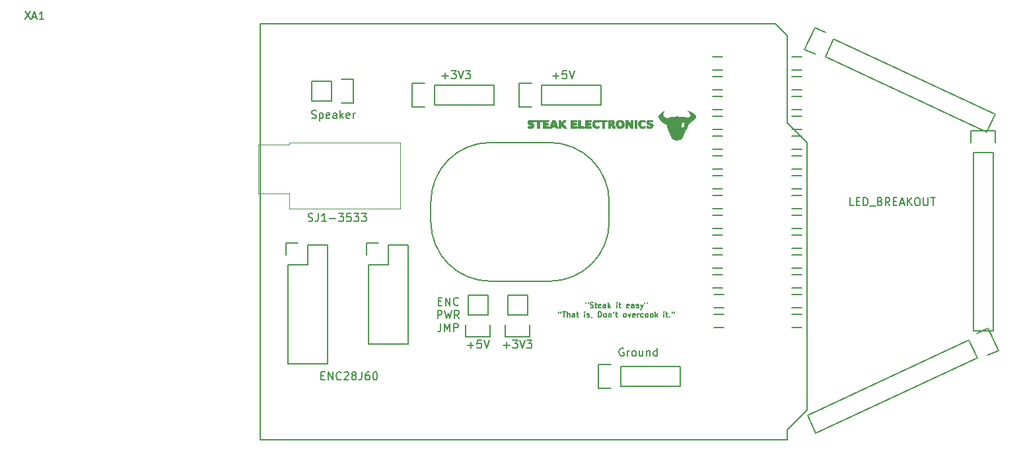
<source format=gto>
G04 #@! TF.GenerationSoftware,KiCad,Pcbnew,5.0.0-rc2*
G04 #@! TF.CreationDate,2018-11-23T00:10:12-05:00*
G04 #@! TF.ProjectId,ZMHW_Map,5A4D48575F4D61702E6B696361645F70,rev?*
G04 #@! TF.SameCoordinates,Original*
G04 #@! TF.FileFunction,Legend,Top*
G04 #@! TF.FilePolarity,Positive*
%FSLAX46Y46*%
G04 Gerber Fmt 4.6, Leading zero omitted, Abs format (unit mm)*
G04 Created by KiCad (PCBNEW 5.0.0-rc2) date Fri Nov 23 00:10:12 2018*
%MOMM*%
%LPD*%
G01*
G04 APERTURE LIST*
%ADD10C,0.152400*%
%ADD11C,0.150000*%
%ADD12C,0.120000*%
%ADD13C,0.010000*%
G04 APERTURE END LIST*
D10*
X190409999Y-65690466D02*
X190409999Y-65823800D01*
X190676666Y-65690466D02*
X190676666Y-65823800D01*
X190943333Y-66357133D02*
X191043333Y-66390466D01*
X191209999Y-66390466D01*
X191276666Y-66357133D01*
X191309999Y-66323800D01*
X191343333Y-66257133D01*
X191343333Y-66190466D01*
X191309999Y-66123800D01*
X191276666Y-66090466D01*
X191209999Y-66057133D01*
X191076666Y-66023800D01*
X191009999Y-65990466D01*
X190976666Y-65957133D01*
X190943333Y-65890466D01*
X190943333Y-65823800D01*
X190976666Y-65757133D01*
X191009999Y-65723800D01*
X191076666Y-65690466D01*
X191243333Y-65690466D01*
X191343333Y-65723800D01*
X191543333Y-65923800D02*
X191809999Y-65923800D01*
X191643333Y-65690466D02*
X191643333Y-66290466D01*
X191676666Y-66357133D01*
X191743333Y-66390466D01*
X191809999Y-66390466D01*
X192309999Y-66357133D02*
X192243333Y-66390466D01*
X192109999Y-66390466D01*
X192043333Y-66357133D01*
X192009999Y-66290466D01*
X192009999Y-66023800D01*
X192043333Y-65957133D01*
X192109999Y-65923800D01*
X192243333Y-65923800D01*
X192309999Y-65957133D01*
X192343333Y-66023800D01*
X192343333Y-66090466D01*
X192009999Y-66157133D01*
X192943333Y-66390466D02*
X192943333Y-66023800D01*
X192909999Y-65957133D01*
X192843333Y-65923800D01*
X192709999Y-65923800D01*
X192643333Y-65957133D01*
X192943333Y-66357133D02*
X192876666Y-66390466D01*
X192709999Y-66390466D01*
X192643333Y-66357133D01*
X192609999Y-66290466D01*
X192609999Y-66223800D01*
X192643333Y-66157133D01*
X192709999Y-66123800D01*
X192876666Y-66123800D01*
X192943333Y-66090466D01*
X193276666Y-66390466D02*
X193276666Y-65690466D01*
X193343333Y-66123800D02*
X193543333Y-66390466D01*
X193543333Y-65923800D02*
X193276666Y-66190466D01*
X194376666Y-66390466D02*
X194376666Y-65923800D01*
X194376666Y-65690466D02*
X194343333Y-65723800D01*
X194376666Y-65757133D01*
X194409999Y-65723800D01*
X194376666Y-65690466D01*
X194376666Y-65757133D01*
X194609999Y-65923800D02*
X194876666Y-65923800D01*
X194709999Y-65690466D02*
X194709999Y-66290466D01*
X194743333Y-66357133D01*
X194809999Y-66390466D01*
X194876666Y-66390466D01*
X195909999Y-66357133D02*
X195843333Y-66390466D01*
X195709999Y-66390466D01*
X195643333Y-66357133D01*
X195609999Y-66290466D01*
X195609999Y-66023800D01*
X195643333Y-65957133D01*
X195709999Y-65923800D01*
X195843333Y-65923800D01*
X195909999Y-65957133D01*
X195943333Y-66023800D01*
X195943333Y-66090466D01*
X195609999Y-66157133D01*
X196543333Y-66390466D02*
X196543333Y-66023800D01*
X196509999Y-65957133D01*
X196443333Y-65923800D01*
X196309999Y-65923800D01*
X196243333Y-65957133D01*
X196543333Y-66357133D02*
X196476666Y-66390466D01*
X196309999Y-66390466D01*
X196243333Y-66357133D01*
X196209999Y-66290466D01*
X196209999Y-66223800D01*
X196243333Y-66157133D01*
X196309999Y-66123800D01*
X196476666Y-66123800D01*
X196543333Y-66090466D01*
X196843333Y-66357133D02*
X196909999Y-66390466D01*
X197043333Y-66390466D01*
X197109999Y-66357133D01*
X197143333Y-66290466D01*
X197143333Y-66257133D01*
X197109999Y-66190466D01*
X197043333Y-66157133D01*
X196943333Y-66157133D01*
X196876666Y-66123800D01*
X196843333Y-66057133D01*
X196843333Y-66023800D01*
X196876666Y-65957133D01*
X196943333Y-65923800D01*
X197043333Y-65923800D01*
X197109999Y-65957133D01*
X197376666Y-65923800D02*
X197543333Y-66390466D01*
X197709999Y-65923800D02*
X197543333Y-66390466D01*
X197476666Y-66557133D01*
X197443333Y-66590466D01*
X197376666Y-66623800D01*
X197943333Y-65690466D02*
X197943333Y-65823800D01*
X198209999Y-65690466D02*
X198209999Y-65823800D01*
X186926666Y-66892866D02*
X186926666Y-67026200D01*
X187193333Y-66892866D02*
X187193333Y-67026200D01*
X187393333Y-66892866D02*
X187793333Y-66892866D01*
X187593333Y-67592866D02*
X187593333Y-66892866D01*
X188026666Y-67592866D02*
X188026666Y-66892866D01*
X188326666Y-67592866D02*
X188326666Y-67226200D01*
X188293333Y-67159533D01*
X188226666Y-67126200D01*
X188126666Y-67126200D01*
X188060000Y-67159533D01*
X188026666Y-67192866D01*
X188960000Y-67592866D02*
X188960000Y-67226200D01*
X188926666Y-67159533D01*
X188860000Y-67126200D01*
X188726666Y-67126200D01*
X188660000Y-67159533D01*
X188960000Y-67559533D02*
X188893333Y-67592866D01*
X188726666Y-67592866D01*
X188660000Y-67559533D01*
X188626666Y-67492866D01*
X188626666Y-67426200D01*
X188660000Y-67359533D01*
X188726666Y-67326200D01*
X188893333Y-67326200D01*
X188960000Y-67292866D01*
X189193333Y-67126200D02*
X189460000Y-67126200D01*
X189293333Y-66892866D02*
X189293333Y-67492866D01*
X189326666Y-67559533D01*
X189393333Y-67592866D01*
X189460000Y-67592866D01*
X190226666Y-67592866D02*
X190226666Y-67126200D01*
X190226666Y-66892866D02*
X190193333Y-66926200D01*
X190226666Y-66959533D01*
X190260000Y-66926200D01*
X190226666Y-66892866D01*
X190226666Y-66959533D01*
X190526666Y-67559533D02*
X190593333Y-67592866D01*
X190726666Y-67592866D01*
X190793333Y-67559533D01*
X190826666Y-67492866D01*
X190826666Y-67459533D01*
X190793333Y-67392866D01*
X190726666Y-67359533D01*
X190626666Y-67359533D01*
X190560000Y-67326200D01*
X190526666Y-67259533D01*
X190526666Y-67226200D01*
X190560000Y-67159533D01*
X190626666Y-67126200D01*
X190726666Y-67126200D01*
X190793333Y-67159533D01*
X191160000Y-67559533D02*
X191160000Y-67592866D01*
X191126666Y-67659533D01*
X191093333Y-67692866D01*
X191993333Y-67592866D02*
X191993333Y-66892866D01*
X192160000Y-66892866D01*
X192260000Y-66926200D01*
X192326666Y-66992866D01*
X192360000Y-67059533D01*
X192393333Y-67192866D01*
X192393333Y-67292866D01*
X192360000Y-67426200D01*
X192326666Y-67492866D01*
X192260000Y-67559533D01*
X192160000Y-67592866D01*
X191993333Y-67592866D01*
X192793333Y-67592866D02*
X192726666Y-67559533D01*
X192693333Y-67526200D01*
X192660000Y-67459533D01*
X192660000Y-67259533D01*
X192693333Y-67192866D01*
X192726666Y-67159533D01*
X192793333Y-67126200D01*
X192893333Y-67126200D01*
X192960000Y-67159533D01*
X192993333Y-67192866D01*
X193026666Y-67259533D01*
X193026666Y-67459533D01*
X192993333Y-67526200D01*
X192960000Y-67559533D01*
X192893333Y-67592866D01*
X192793333Y-67592866D01*
X193326666Y-67126200D02*
X193326666Y-67592866D01*
X193326666Y-67192866D02*
X193360000Y-67159533D01*
X193426666Y-67126200D01*
X193526666Y-67126200D01*
X193593333Y-67159533D01*
X193626666Y-67226200D01*
X193626666Y-67592866D01*
X193993333Y-66892866D02*
X193926666Y-67026200D01*
X194193333Y-67126200D02*
X194460000Y-67126200D01*
X194293333Y-66892866D02*
X194293333Y-67492866D01*
X194326666Y-67559533D01*
X194393333Y-67592866D01*
X194460000Y-67592866D01*
X195326666Y-67592866D02*
X195260000Y-67559533D01*
X195226666Y-67526200D01*
X195193333Y-67459533D01*
X195193333Y-67259533D01*
X195226666Y-67192866D01*
X195260000Y-67159533D01*
X195326666Y-67126200D01*
X195426666Y-67126200D01*
X195493333Y-67159533D01*
X195526666Y-67192866D01*
X195560000Y-67259533D01*
X195560000Y-67459533D01*
X195526666Y-67526200D01*
X195493333Y-67559533D01*
X195426666Y-67592866D01*
X195326666Y-67592866D01*
X195793333Y-67126200D02*
X195960000Y-67592866D01*
X196126666Y-67126200D01*
X196660000Y-67559533D02*
X196593333Y-67592866D01*
X196460000Y-67592866D01*
X196393333Y-67559533D01*
X196360000Y-67492866D01*
X196360000Y-67226200D01*
X196393333Y-67159533D01*
X196460000Y-67126200D01*
X196593333Y-67126200D01*
X196660000Y-67159533D01*
X196693333Y-67226200D01*
X196693333Y-67292866D01*
X196360000Y-67359533D01*
X196993333Y-67592866D02*
X196993333Y-67126200D01*
X196993333Y-67259533D02*
X197026666Y-67192866D01*
X197060000Y-67159533D01*
X197126666Y-67126200D01*
X197193333Y-67126200D01*
X197726666Y-67559533D02*
X197660000Y-67592866D01*
X197526666Y-67592866D01*
X197460000Y-67559533D01*
X197426666Y-67526200D01*
X197393333Y-67459533D01*
X197393333Y-67259533D01*
X197426666Y-67192866D01*
X197460000Y-67159533D01*
X197526666Y-67126200D01*
X197660000Y-67126200D01*
X197726666Y-67159533D01*
X198126666Y-67592866D02*
X198060000Y-67559533D01*
X198026666Y-67526200D01*
X197993333Y-67459533D01*
X197993333Y-67259533D01*
X198026666Y-67192866D01*
X198060000Y-67159533D01*
X198126666Y-67126200D01*
X198226666Y-67126200D01*
X198293333Y-67159533D01*
X198326666Y-67192866D01*
X198360000Y-67259533D01*
X198360000Y-67459533D01*
X198326666Y-67526200D01*
X198293333Y-67559533D01*
X198226666Y-67592866D01*
X198126666Y-67592866D01*
X198760000Y-67592866D02*
X198693333Y-67559533D01*
X198660000Y-67526200D01*
X198626666Y-67459533D01*
X198626666Y-67259533D01*
X198660000Y-67192866D01*
X198693333Y-67159533D01*
X198760000Y-67126200D01*
X198860000Y-67126200D01*
X198926666Y-67159533D01*
X198960000Y-67192866D01*
X198993333Y-67259533D01*
X198993333Y-67459533D01*
X198960000Y-67526200D01*
X198926666Y-67559533D01*
X198860000Y-67592866D01*
X198760000Y-67592866D01*
X199293333Y-67592866D02*
X199293333Y-66892866D01*
X199360000Y-67326200D02*
X199560000Y-67592866D01*
X199560000Y-67126200D02*
X199293333Y-67392866D01*
X200393333Y-67592866D02*
X200393333Y-67126200D01*
X200393333Y-66892866D02*
X200360000Y-66926200D01*
X200393333Y-66959533D01*
X200426666Y-66926200D01*
X200393333Y-66892866D01*
X200393333Y-66959533D01*
X200626666Y-67126200D02*
X200893333Y-67126200D01*
X200726666Y-66892866D02*
X200726666Y-67492866D01*
X200760000Y-67559533D01*
X200826666Y-67592866D01*
X200893333Y-67592866D01*
X201126666Y-67526200D02*
X201160000Y-67559533D01*
X201126666Y-67592866D01*
X201093333Y-67559533D01*
X201126666Y-67526200D01*
X201126666Y-67592866D01*
X201426666Y-66892866D02*
X201426666Y-67026200D01*
X201693333Y-66892866D02*
X201693333Y-67026200D01*
X154770666Y-55275238D02*
X154915809Y-55323619D01*
X155157714Y-55323619D01*
X155254476Y-55275238D01*
X155302857Y-55226857D01*
X155351238Y-55130095D01*
X155351238Y-55033333D01*
X155302857Y-54936571D01*
X155254476Y-54888190D01*
X155157714Y-54839809D01*
X154964190Y-54791428D01*
X154867428Y-54743047D01*
X154819047Y-54694666D01*
X154770666Y-54597904D01*
X154770666Y-54501142D01*
X154819047Y-54404380D01*
X154867428Y-54356000D01*
X154964190Y-54307619D01*
X155206095Y-54307619D01*
X155351238Y-54356000D01*
X156076952Y-54307619D02*
X156076952Y-55033333D01*
X156028571Y-55178476D01*
X155931809Y-55275238D01*
X155786666Y-55323619D01*
X155689904Y-55323619D01*
X157092952Y-55323619D02*
X156512380Y-55323619D01*
X156802666Y-55323619D02*
X156802666Y-54307619D01*
X156705904Y-54452761D01*
X156609142Y-54549523D01*
X156512380Y-54597904D01*
X157528380Y-54936571D02*
X158302476Y-54936571D01*
X158689523Y-54307619D02*
X159318476Y-54307619D01*
X158979809Y-54694666D01*
X159124952Y-54694666D01*
X159221714Y-54743047D01*
X159270095Y-54791428D01*
X159318476Y-54888190D01*
X159318476Y-55130095D01*
X159270095Y-55226857D01*
X159221714Y-55275238D01*
X159124952Y-55323619D01*
X158834666Y-55323619D01*
X158737904Y-55275238D01*
X158689523Y-55226857D01*
X160237714Y-54307619D02*
X159753904Y-54307619D01*
X159705523Y-54791428D01*
X159753904Y-54743047D01*
X159850666Y-54694666D01*
X160092571Y-54694666D01*
X160189333Y-54743047D01*
X160237714Y-54791428D01*
X160286095Y-54888190D01*
X160286095Y-55130095D01*
X160237714Y-55226857D01*
X160189333Y-55275238D01*
X160092571Y-55323619D01*
X159850666Y-55323619D01*
X159753904Y-55275238D01*
X159705523Y-55226857D01*
X160624761Y-54307619D02*
X161253714Y-54307619D01*
X160915047Y-54694666D01*
X161060190Y-54694666D01*
X161156952Y-54743047D01*
X161205333Y-54791428D01*
X161253714Y-54888190D01*
X161253714Y-55130095D01*
X161205333Y-55226857D01*
X161156952Y-55275238D01*
X161060190Y-55323619D01*
X160769904Y-55323619D01*
X160673142Y-55275238D01*
X160624761Y-55226857D01*
X161592380Y-54307619D02*
X162221333Y-54307619D01*
X161882666Y-54694666D01*
X162027809Y-54694666D01*
X162124571Y-54743047D01*
X162172952Y-54791428D01*
X162221333Y-54888190D01*
X162221333Y-55130095D01*
X162172952Y-55226857D01*
X162124571Y-55275238D01*
X162027809Y-55323619D01*
X161737523Y-55323619D01*
X161640761Y-55275238D01*
X161592380Y-55226857D01*
X156439809Y-75111428D02*
X156778476Y-75111428D01*
X156923619Y-75643619D02*
X156439809Y-75643619D01*
X156439809Y-74627619D01*
X156923619Y-74627619D01*
X157359047Y-75643619D02*
X157359047Y-74627619D01*
X157939619Y-75643619D01*
X157939619Y-74627619D01*
X159004000Y-75546857D02*
X158955619Y-75595238D01*
X158810476Y-75643619D01*
X158713714Y-75643619D01*
X158568571Y-75595238D01*
X158471809Y-75498476D01*
X158423428Y-75401714D01*
X158375047Y-75208190D01*
X158375047Y-75063047D01*
X158423428Y-74869523D01*
X158471809Y-74772761D01*
X158568571Y-74676000D01*
X158713714Y-74627619D01*
X158810476Y-74627619D01*
X158955619Y-74676000D01*
X159004000Y-74724380D01*
X159391047Y-74724380D02*
X159439428Y-74676000D01*
X159536190Y-74627619D01*
X159778095Y-74627619D01*
X159874857Y-74676000D01*
X159923238Y-74724380D01*
X159971619Y-74821142D01*
X159971619Y-74917904D01*
X159923238Y-75063047D01*
X159342666Y-75643619D01*
X159971619Y-75643619D01*
X160552190Y-75063047D02*
X160455428Y-75014666D01*
X160407047Y-74966285D01*
X160358666Y-74869523D01*
X160358666Y-74821142D01*
X160407047Y-74724380D01*
X160455428Y-74676000D01*
X160552190Y-74627619D01*
X160745714Y-74627619D01*
X160842476Y-74676000D01*
X160890857Y-74724380D01*
X160939238Y-74821142D01*
X160939238Y-74869523D01*
X160890857Y-74966285D01*
X160842476Y-75014666D01*
X160745714Y-75063047D01*
X160552190Y-75063047D01*
X160455428Y-75111428D01*
X160407047Y-75159809D01*
X160358666Y-75256571D01*
X160358666Y-75450095D01*
X160407047Y-75546857D01*
X160455428Y-75595238D01*
X160552190Y-75643619D01*
X160745714Y-75643619D01*
X160842476Y-75595238D01*
X160890857Y-75546857D01*
X160939238Y-75450095D01*
X160939238Y-75256571D01*
X160890857Y-75159809D01*
X160842476Y-75111428D01*
X160745714Y-75063047D01*
X161664952Y-74627619D02*
X161664952Y-75353333D01*
X161616571Y-75498476D01*
X161519809Y-75595238D01*
X161374666Y-75643619D01*
X161277904Y-75643619D01*
X162584190Y-74627619D02*
X162390666Y-74627619D01*
X162293904Y-74676000D01*
X162245523Y-74724380D01*
X162148761Y-74869523D01*
X162100380Y-75063047D01*
X162100380Y-75450095D01*
X162148761Y-75546857D01*
X162197142Y-75595238D01*
X162293904Y-75643619D01*
X162487428Y-75643619D01*
X162584190Y-75595238D01*
X162632571Y-75546857D01*
X162680952Y-75450095D01*
X162680952Y-75208190D01*
X162632571Y-75111428D01*
X162584190Y-75063047D01*
X162487428Y-75014666D01*
X162293904Y-75014666D01*
X162197142Y-75063047D01*
X162148761Y-75111428D01*
X162100380Y-75208190D01*
X163309904Y-74627619D02*
X163406666Y-74627619D01*
X163503428Y-74676000D01*
X163551809Y-74724380D01*
X163600190Y-74821142D01*
X163648571Y-75014666D01*
X163648571Y-75256571D01*
X163600190Y-75450095D01*
X163551809Y-75546857D01*
X163503428Y-75595238D01*
X163406666Y-75643619D01*
X163309904Y-75643619D01*
X163213142Y-75595238D01*
X163164761Y-75546857D01*
X163116380Y-75450095D01*
X163068000Y-75256571D01*
X163068000Y-75014666D01*
X163116380Y-74821142D01*
X163164761Y-74724380D01*
X163213142Y-74676000D01*
X163309904Y-74627619D01*
X224705333Y-53291619D02*
X224221523Y-53291619D01*
X224221523Y-52275619D01*
X225043999Y-52759428D02*
X225382666Y-52759428D01*
X225527809Y-53291619D02*
X225043999Y-53291619D01*
X225043999Y-52275619D01*
X225527809Y-52275619D01*
X225963238Y-53291619D02*
X225963238Y-52275619D01*
X226205142Y-52275619D01*
X226350285Y-52324000D01*
X226447047Y-52420761D01*
X226495428Y-52517523D01*
X226543809Y-52711047D01*
X226543809Y-52856190D01*
X226495428Y-53049714D01*
X226447047Y-53146476D01*
X226350285Y-53243238D01*
X226205142Y-53291619D01*
X225963238Y-53291619D01*
X226737333Y-53388380D02*
X227511428Y-53388380D01*
X228091999Y-52759428D02*
X228237142Y-52807809D01*
X228285523Y-52856190D01*
X228333904Y-52952952D01*
X228333904Y-53098095D01*
X228285523Y-53194857D01*
X228237142Y-53243238D01*
X228140380Y-53291619D01*
X227753333Y-53291619D01*
X227753333Y-52275619D01*
X228091999Y-52275619D01*
X228188761Y-52324000D01*
X228237142Y-52372380D01*
X228285523Y-52469142D01*
X228285523Y-52565904D01*
X228237142Y-52662666D01*
X228188761Y-52711047D01*
X228091999Y-52759428D01*
X227753333Y-52759428D01*
X229349904Y-53291619D02*
X229011238Y-52807809D01*
X228769333Y-53291619D02*
X228769333Y-52275619D01*
X229156380Y-52275619D01*
X229253142Y-52324000D01*
X229301523Y-52372380D01*
X229349904Y-52469142D01*
X229349904Y-52614285D01*
X229301523Y-52711047D01*
X229253142Y-52759428D01*
X229156380Y-52807809D01*
X228769333Y-52807809D01*
X229785333Y-52759428D02*
X230123999Y-52759428D01*
X230269142Y-53291619D02*
X229785333Y-53291619D01*
X229785333Y-52275619D01*
X230269142Y-52275619D01*
X230656190Y-53001333D02*
X231139999Y-53001333D01*
X230559428Y-53291619D02*
X230898095Y-52275619D01*
X231236761Y-53291619D01*
X231575428Y-53291619D02*
X231575428Y-52275619D01*
X232155999Y-53291619D02*
X231720571Y-52711047D01*
X232155999Y-52275619D02*
X231575428Y-52856190D01*
X232784952Y-52275619D02*
X232978476Y-52275619D01*
X233075238Y-52324000D01*
X233171999Y-52420761D01*
X233220380Y-52614285D01*
X233220380Y-52952952D01*
X233171999Y-53146476D01*
X233075238Y-53243238D01*
X232978476Y-53291619D01*
X232784952Y-53291619D01*
X232688190Y-53243238D01*
X232591428Y-53146476D01*
X232543047Y-52952952D01*
X232543047Y-52614285D01*
X232591428Y-52420761D01*
X232688190Y-52324000D01*
X232784952Y-52275619D01*
X233655809Y-52275619D02*
X233655809Y-53098095D01*
X233704190Y-53194857D01*
X233752571Y-53243238D01*
X233849333Y-53291619D01*
X234042857Y-53291619D01*
X234139619Y-53243238D01*
X234187999Y-53194857D01*
X234236380Y-53098095D01*
X234236380Y-52275619D01*
X234575047Y-52275619D02*
X235155619Y-52275619D01*
X234865333Y-53291619D02*
X234865333Y-52275619D01*
X171462095Y-65561028D02*
X171800761Y-65561028D01*
X171945904Y-66093219D02*
X171462095Y-66093219D01*
X171462095Y-65077219D01*
X171945904Y-65077219D01*
X172381333Y-66093219D02*
X172381333Y-65077219D01*
X172961904Y-66093219D01*
X172961904Y-65077219D01*
X174026285Y-65996457D02*
X173977904Y-66044838D01*
X173832761Y-66093219D01*
X173736000Y-66093219D01*
X173590857Y-66044838D01*
X173494095Y-65948076D01*
X173445714Y-65851314D01*
X173397333Y-65657790D01*
X173397333Y-65512647D01*
X173445714Y-65319123D01*
X173494095Y-65222361D01*
X173590857Y-65125600D01*
X173736000Y-65077219D01*
X173832761Y-65077219D01*
X173977904Y-65125600D01*
X174026285Y-65173980D01*
X171365333Y-67769619D02*
X171365333Y-66753619D01*
X171752380Y-66753619D01*
X171849142Y-66802000D01*
X171897523Y-66850380D01*
X171945904Y-66947142D01*
X171945904Y-67092285D01*
X171897523Y-67189047D01*
X171849142Y-67237428D01*
X171752380Y-67285809D01*
X171365333Y-67285809D01*
X172284571Y-66753619D02*
X172526476Y-67769619D01*
X172719999Y-67043904D01*
X172913523Y-67769619D01*
X173155428Y-66753619D01*
X174123047Y-67769619D02*
X173784380Y-67285809D01*
X173542476Y-67769619D02*
X173542476Y-66753619D01*
X173929523Y-66753619D01*
X174026285Y-66802000D01*
X174074666Y-66850380D01*
X174123047Y-66947142D01*
X174123047Y-67092285D01*
X174074666Y-67189047D01*
X174026285Y-67237428D01*
X173929523Y-67285809D01*
X173542476Y-67285809D01*
X171776571Y-68430019D02*
X171776571Y-69155733D01*
X171728190Y-69300876D01*
X171631428Y-69397638D01*
X171486285Y-69446019D01*
X171389523Y-69446019D01*
X172260380Y-69446019D02*
X172260380Y-68430019D01*
X172599047Y-69155733D01*
X172937714Y-68430019D01*
X172937714Y-69446019D01*
X173421523Y-69446019D02*
X173421523Y-68430019D01*
X173808571Y-68430019D01*
X173905333Y-68478400D01*
X173953714Y-68526780D01*
X174002095Y-68623542D01*
X174002095Y-68768685D01*
X173953714Y-68865447D01*
X173905333Y-68913828D01*
X173808571Y-68962209D01*
X173421523Y-68962209D01*
X175223714Y-71192571D02*
X175997809Y-71192571D01*
X175610761Y-71579619D02*
X175610761Y-70805523D01*
X176965428Y-70563619D02*
X176481619Y-70563619D01*
X176433238Y-71047428D01*
X176481619Y-70999047D01*
X176578380Y-70950666D01*
X176820285Y-70950666D01*
X176917047Y-70999047D01*
X176965428Y-71047428D01*
X177013809Y-71144190D01*
X177013809Y-71386095D01*
X176965428Y-71482857D01*
X176917047Y-71531238D01*
X176820285Y-71579619D01*
X176578380Y-71579619D01*
X176481619Y-71531238D01*
X176433238Y-71482857D01*
X177304095Y-70563619D02*
X177642761Y-71579619D01*
X177981428Y-70563619D01*
X179819904Y-71192571D02*
X180594000Y-71192571D01*
X180206952Y-71579619D02*
X180206952Y-70805523D01*
X180981047Y-70563619D02*
X181610000Y-70563619D01*
X181271333Y-70950666D01*
X181416476Y-70950666D01*
X181513238Y-70999047D01*
X181561619Y-71047428D01*
X181610000Y-71144190D01*
X181610000Y-71386095D01*
X181561619Y-71482857D01*
X181513238Y-71531238D01*
X181416476Y-71579619D01*
X181126190Y-71579619D01*
X181029428Y-71531238D01*
X180981047Y-71482857D01*
X181900285Y-70563619D02*
X182238952Y-71579619D01*
X182577619Y-70563619D01*
X182819523Y-70563619D02*
X183448476Y-70563619D01*
X183109809Y-70950666D01*
X183254952Y-70950666D01*
X183351714Y-70999047D01*
X183400095Y-71047428D01*
X183448476Y-71144190D01*
X183448476Y-71386095D01*
X183400095Y-71482857D01*
X183351714Y-71531238D01*
X183254952Y-71579619D01*
X182964666Y-71579619D01*
X182867904Y-71531238D01*
X182819523Y-71482857D01*
X171945904Y-36648571D02*
X172720000Y-36648571D01*
X172332952Y-37035619D02*
X172332952Y-36261523D01*
X173107047Y-36019619D02*
X173736000Y-36019619D01*
X173397333Y-36406666D01*
X173542476Y-36406666D01*
X173639238Y-36455047D01*
X173687619Y-36503428D01*
X173736000Y-36600190D01*
X173736000Y-36842095D01*
X173687619Y-36938857D01*
X173639238Y-36987238D01*
X173542476Y-37035619D01*
X173252190Y-37035619D01*
X173155428Y-36987238D01*
X173107047Y-36938857D01*
X174026285Y-36019619D02*
X174364952Y-37035619D01*
X174703619Y-36019619D01*
X174945523Y-36019619D02*
X175574476Y-36019619D01*
X175235809Y-36406666D01*
X175380952Y-36406666D01*
X175477714Y-36455047D01*
X175526095Y-36503428D01*
X175574476Y-36600190D01*
X175574476Y-36842095D01*
X175526095Y-36938857D01*
X175477714Y-36987238D01*
X175380952Y-37035619D01*
X175090666Y-37035619D01*
X174993904Y-36987238D01*
X174945523Y-36938857D01*
X186145714Y-36648571D02*
X186919809Y-36648571D01*
X186532761Y-37035619D02*
X186532761Y-36261523D01*
X187887428Y-36019619D02*
X187403619Y-36019619D01*
X187355238Y-36503428D01*
X187403619Y-36455047D01*
X187500380Y-36406666D01*
X187742285Y-36406666D01*
X187839047Y-36455047D01*
X187887428Y-36503428D01*
X187935809Y-36600190D01*
X187935809Y-36842095D01*
X187887428Y-36938857D01*
X187839047Y-36987238D01*
X187742285Y-37035619D01*
X187500380Y-37035619D01*
X187403619Y-36987238D01*
X187355238Y-36938857D01*
X188226095Y-36019619D02*
X188564761Y-37035619D01*
X188903428Y-36019619D01*
X195217142Y-71628000D02*
X195120380Y-71579619D01*
X194975238Y-71579619D01*
X194830095Y-71628000D01*
X194733333Y-71724761D01*
X194684952Y-71821523D01*
X194636571Y-72015047D01*
X194636571Y-72160190D01*
X194684952Y-72353714D01*
X194733333Y-72450476D01*
X194830095Y-72547238D01*
X194975238Y-72595619D01*
X195071999Y-72595619D01*
X195217142Y-72547238D01*
X195265523Y-72498857D01*
X195265523Y-72160190D01*
X195071999Y-72160190D01*
X195700952Y-72595619D02*
X195700952Y-71918285D01*
X195700952Y-72111809D02*
X195749333Y-72015047D01*
X195797714Y-71966666D01*
X195894476Y-71918285D01*
X195991238Y-71918285D01*
X196475047Y-72595619D02*
X196378285Y-72547238D01*
X196329904Y-72498857D01*
X196281523Y-72402095D01*
X196281523Y-72111809D01*
X196329904Y-72015047D01*
X196378285Y-71966666D01*
X196475047Y-71918285D01*
X196620190Y-71918285D01*
X196716952Y-71966666D01*
X196765333Y-72015047D01*
X196813714Y-72111809D01*
X196813714Y-72402095D01*
X196765333Y-72498857D01*
X196716952Y-72547238D01*
X196620190Y-72595619D01*
X196475047Y-72595619D01*
X197684571Y-71918285D02*
X197684571Y-72595619D01*
X197249142Y-71918285D02*
X197249142Y-72450476D01*
X197297523Y-72547238D01*
X197394285Y-72595619D01*
X197539428Y-72595619D01*
X197636190Y-72547238D01*
X197684571Y-72498857D01*
X198168380Y-71918285D02*
X198168380Y-72595619D01*
X198168380Y-72015047D02*
X198216761Y-71966666D01*
X198313523Y-71918285D01*
X198458666Y-71918285D01*
X198555428Y-71966666D01*
X198603809Y-72063428D01*
X198603809Y-72595619D01*
X199523047Y-72595619D02*
X199523047Y-71579619D01*
X199523047Y-72547238D02*
X199426285Y-72595619D01*
X199232761Y-72595619D01*
X199135999Y-72547238D01*
X199087619Y-72498857D01*
X199039238Y-72402095D01*
X199039238Y-72111809D01*
X199087619Y-72015047D01*
X199135999Y-71966666D01*
X199232761Y-71918285D01*
X199426285Y-71918285D01*
X199523047Y-71966666D01*
D11*
G04 #@! TO.C,P7*
X157308000Y-73591500D02*
X157308000Y-58351500D01*
X152228000Y-60891500D02*
X152228000Y-73591500D01*
X157308000Y-73591500D02*
X152228000Y-73591500D01*
X157308000Y-58351500D02*
X154768000Y-58351500D01*
X153498000Y-58071500D02*
X151948000Y-58071500D01*
X154768000Y-58351500D02*
X154768000Y-60891500D01*
X154768000Y-60891500D02*
X152228000Y-60891500D01*
X151948000Y-58071500D02*
X151948000Y-59621500D01*
G04 #@! TO.C,XA1*
X193369000Y-52827500D02*
X193369000Y-55367500D01*
X178129000Y-45207500D02*
X185749000Y-45207500D01*
X170509000Y-55367500D02*
X170509000Y-52827500D01*
X185749000Y-62987500D02*
X178129000Y-62987500D01*
X193369000Y-55367500D02*
G75*
G02X185749000Y-62987500I-7620000J0D01*
G01*
X178129000Y-62987500D02*
G75*
G02X170509000Y-55367500I0J7620000D01*
G01*
X185749000Y-45207500D02*
G75*
G02X193369000Y-52827500I0J-7620000D01*
G01*
X170509000Y-52827500D02*
G75*
G02X178129000Y-45207500I7620000J0D01*
G01*
X151205000Y-83307500D02*
X216229000Y-83307500D01*
X214705000Y-29967500D02*
X216229000Y-31491500D01*
X216229000Y-83307500D02*
X216229000Y-82037500D01*
X216229000Y-82037500D02*
X218769000Y-79497500D01*
X218769000Y-79497500D02*
X218769000Y-45207500D01*
X218769000Y-45207500D02*
X216229000Y-42667500D01*
X216229000Y-42667500D02*
X216229000Y-31491500D01*
X214705000Y-29967500D02*
X148665000Y-29967500D01*
X148665000Y-29967500D02*
X148665000Y-34031500D01*
X148665000Y-34031500D02*
X148665000Y-83307500D01*
X148665000Y-83307500D02*
X151205000Y-83307500D01*
G04 #@! TO.C,J2*
X222159736Y-31897714D02*
X242877932Y-41558768D01*
X242877932Y-41558768D02*
X241804482Y-43860790D01*
X241804482Y-43860790D02*
X221086286Y-34199736D01*
X219722281Y-30452165D02*
X221127058Y-31107223D01*
X222159736Y-31897714D02*
X221086286Y-34199736D01*
X219816942Y-33916777D02*
X218412165Y-33261719D01*
X218412165Y-33261719D02*
X219722281Y-30452165D01*
G04 #@! TO.C,J3*
X239750000Y-43662000D02*
X242850000Y-43662000D01*
X239750000Y-45212000D02*
X239750000Y-43662000D01*
X242570000Y-46482000D02*
X240030000Y-46482000D01*
X242850000Y-43662000D02*
X242850000Y-45212000D01*
X240030000Y-69342000D02*
X240030000Y-46482000D01*
X242570000Y-69342000D02*
X240030000Y-69342000D01*
X242570000Y-46482000D02*
X242570000Y-69342000D01*
G04 #@! TO.C,J4*
X240575714Y-72798636D02*
X219857518Y-82459690D01*
X219857518Y-82459690D02*
X218784068Y-80157668D01*
X218784068Y-80157668D02*
X239502264Y-70496614D01*
X243249835Y-71860619D02*
X241845058Y-72515677D01*
X240575714Y-72798636D02*
X239502264Y-70496614D01*
X240534942Y-69706123D02*
X241939719Y-69051065D01*
X241939719Y-69051065D02*
X243249835Y-71860619D01*
G04 #@! TO.C,LS1*
X157734000Y-39878000D02*
X155194000Y-39878000D01*
X160554000Y-40158000D02*
X159004000Y-40158000D01*
X157734000Y-39878000D02*
X157734000Y-37338000D01*
X159004000Y-37058000D02*
X160554000Y-37058000D01*
X160554000Y-37058000D02*
X160554000Y-40158000D01*
X157734000Y-37338000D02*
X155194000Y-37338000D01*
X155194000Y-37338000D02*
X155194000Y-39878000D01*
G04 #@! TO.C,P1*
X184658000Y-40386000D02*
X192278000Y-40386000D01*
X184658000Y-37846000D02*
X192278000Y-37846000D01*
X181838000Y-37566000D02*
X183388000Y-37566000D01*
X192278000Y-40386000D02*
X192278000Y-37846000D01*
X184658000Y-37846000D02*
X184658000Y-40386000D01*
X183388000Y-40666000D02*
X181838000Y-40666000D01*
X181838000Y-40666000D02*
X181838000Y-37566000D01*
G04 #@! TO.C,P2*
X191998000Y-76734000D02*
X191998000Y-73634000D01*
X193548000Y-76734000D02*
X191998000Y-76734000D01*
X194818000Y-73914000D02*
X194818000Y-76454000D01*
X202438000Y-76454000D02*
X202438000Y-73914000D01*
X191998000Y-73634000D02*
X193548000Y-73634000D01*
X194818000Y-73914000D02*
X202438000Y-73914000D01*
X194818000Y-76454000D02*
X202438000Y-76454000D01*
G04 #@! TO.C,P3*
X170942000Y-40386000D02*
X178562000Y-40386000D01*
X170942000Y-37846000D02*
X178562000Y-37846000D01*
X168122000Y-37566000D02*
X169672000Y-37566000D01*
X178562000Y-40386000D02*
X178562000Y-37846000D01*
X170942000Y-37846000D02*
X170942000Y-40386000D01*
X169672000Y-40666000D02*
X168122000Y-40666000D01*
X168122000Y-40666000D02*
X168122000Y-37566000D01*
G04 #@! TO.C,P4*
X180340000Y-67310000D02*
X180340000Y-64770000D01*
X180060000Y-70130000D02*
X180060000Y-68580000D01*
X180340000Y-67310000D02*
X182880000Y-67310000D01*
X183160000Y-68580000D02*
X183160000Y-70130000D01*
X183160000Y-70130000D02*
X180060000Y-70130000D01*
X182880000Y-67310000D02*
X182880000Y-64770000D01*
X182880000Y-64770000D02*
X180340000Y-64770000D01*
G04 #@! TO.C,P5*
X177800000Y-64770000D02*
X175260000Y-64770000D01*
X177800000Y-67310000D02*
X177800000Y-64770000D01*
X178080000Y-70130000D02*
X174980000Y-70130000D01*
X178080000Y-68580000D02*
X178080000Y-70130000D01*
X175260000Y-67310000D02*
X177800000Y-67310000D01*
X174980000Y-70130000D02*
X174980000Y-68580000D01*
X175260000Y-67310000D02*
X175260000Y-64770000D01*
G04 #@! TO.C,P6*
X167628000Y-58351500D02*
X167628000Y-71051500D01*
X167628000Y-71051500D02*
X162548000Y-71051500D01*
X162548000Y-71051500D02*
X162548000Y-60891500D01*
X167628000Y-58351500D02*
X165088000Y-58351500D01*
X163818000Y-58071500D02*
X162268000Y-58071500D01*
X165088000Y-58351500D02*
X165088000Y-60891500D01*
X165088000Y-60891500D02*
X162548000Y-60891500D01*
X162268000Y-58071500D02*
X162268000Y-59621500D01*
G04 #@! TO.C,R1*
X206664000Y-34177000D02*
X207864000Y-34177000D01*
X207864000Y-35927000D02*
X206664000Y-35927000D01*
G04 #@! TO.C,R2*
X218024000Y-35927000D02*
X216824000Y-35927000D01*
X216824000Y-34177000D02*
X218024000Y-34177000D01*
G04 #@! TO.C,R3*
X206664000Y-36717000D02*
X207864000Y-36717000D01*
X207864000Y-38467000D02*
X206664000Y-38467000D01*
G04 #@! TO.C,R4*
X216824000Y-36717000D02*
X218024000Y-36717000D01*
X218024000Y-38467000D02*
X216824000Y-38467000D01*
G04 #@! TO.C,R5*
X206664000Y-39257000D02*
X207864000Y-39257000D01*
X207864000Y-41007000D02*
X206664000Y-41007000D01*
G04 #@! TO.C,R6*
X216824000Y-39257000D02*
X218024000Y-39257000D01*
X218024000Y-41007000D02*
X216824000Y-41007000D01*
G04 #@! TO.C,R7*
X206664000Y-41797000D02*
X207864000Y-41797000D01*
X207864000Y-43547000D02*
X206664000Y-43547000D01*
G04 #@! TO.C,R8*
X216824000Y-41797000D02*
X218024000Y-41797000D01*
X218024000Y-43547000D02*
X216824000Y-43547000D01*
G04 #@! TO.C,R9*
X206664000Y-44337000D02*
X207864000Y-44337000D01*
X207864000Y-46087000D02*
X206664000Y-46087000D01*
G04 #@! TO.C,R10*
X218024000Y-46087000D02*
X216824000Y-46087000D01*
X216824000Y-44337000D02*
X218024000Y-44337000D01*
G04 #@! TO.C,R11*
X206664000Y-46877000D02*
X207864000Y-46877000D01*
X207864000Y-48627000D02*
X206664000Y-48627000D01*
G04 #@! TO.C,R12*
X218024000Y-48627000D02*
X216824000Y-48627000D01*
X216824000Y-46877000D02*
X218024000Y-46877000D01*
G04 #@! TO.C,R13*
X206664000Y-49417000D02*
X207864000Y-49417000D01*
X207864000Y-51167000D02*
X206664000Y-51167000D01*
G04 #@! TO.C,R14*
X216824000Y-49417000D02*
X218024000Y-49417000D01*
X218024000Y-51167000D02*
X216824000Y-51167000D01*
G04 #@! TO.C,R15*
X206664000Y-51957000D02*
X207864000Y-51957000D01*
X207864000Y-53707000D02*
X206664000Y-53707000D01*
G04 #@! TO.C,R16*
X216824000Y-51957000D02*
X218024000Y-51957000D01*
X218024000Y-53707000D02*
X216824000Y-53707000D01*
G04 #@! TO.C,R17*
X206664000Y-54497000D02*
X207864000Y-54497000D01*
X207864000Y-56247000D02*
X206664000Y-56247000D01*
G04 #@! TO.C,R18*
X216824000Y-54497000D02*
X218024000Y-54497000D01*
X218024000Y-56247000D02*
X216824000Y-56247000D01*
G04 #@! TO.C,R19*
X206664000Y-57037000D02*
X207864000Y-57037000D01*
X207864000Y-58787000D02*
X206664000Y-58787000D01*
G04 #@! TO.C,R20*
X216824000Y-57037000D02*
X218024000Y-57037000D01*
X218024000Y-58787000D02*
X216824000Y-58787000D01*
G04 #@! TO.C,R21*
X207864000Y-61327000D02*
X206664000Y-61327000D01*
X206664000Y-59577000D02*
X207864000Y-59577000D01*
G04 #@! TO.C,R22*
X216824000Y-59577000D02*
X218024000Y-59577000D01*
X218024000Y-61327000D02*
X216824000Y-61327000D01*
G04 #@! TO.C,R23*
X207864000Y-63867000D02*
X206664000Y-63867000D01*
X206664000Y-62117000D02*
X207864000Y-62117000D01*
G04 #@! TO.C,R24*
X218024000Y-63867000D02*
X216824000Y-63867000D01*
X216824000Y-62117000D02*
X218024000Y-62117000D01*
G04 #@! TO.C,R25*
X208038000Y-66407000D02*
X206838000Y-66407000D01*
X206838000Y-64657000D02*
X208038000Y-64657000D01*
G04 #@! TO.C,R26*
X216824000Y-64657000D02*
X218024000Y-64657000D01*
X218024000Y-66407000D02*
X216824000Y-66407000D01*
G04 #@! TO.C,R27*
X206838000Y-67197000D02*
X208038000Y-67197000D01*
X208038000Y-68947000D02*
X206838000Y-68947000D01*
G04 #@! TO.C,R28*
X216824000Y-67197000D02*
X218024000Y-67197000D01*
X218024000Y-68947000D02*
X216824000Y-68947000D01*
D12*
G04 #@! TO.C,J1*
X148350000Y-51750000D02*
X148350000Y-45510000D01*
X148350000Y-45510000D02*
X152350000Y-45510000D01*
X152350000Y-45510000D02*
X152350000Y-45210000D01*
X152350000Y-45210000D02*
X166590000Y-45210000D01*
X166590000Y-45210000D02*
X166590000Y-53650000D01*
X166590000Y-53650000D02*
X152350000Y-53650000D01*
X152350000Y-53650000D02*
X152350000Y-51750000D01*
X152350000Y-51750000D02*
X148350000Y-51750000D01*
D13*
G04 #@! TO.C,G\002A\002A\002A*
G36*
X198776457Y-42315065D02*
X198890637Y-42352149D01*
X198933911Y-42419057D01*
X198931052Y-42469716D01*
X198884764Y-42535496D01*
X198822599Y-42536683D01*
X198638596Y-42512325D01*
X198507097Y-42527661D01*
X198443689Y-42580570D01*
X198441549Y-42588549D01*
X198457414Y-42648801D01*
X198545041Y-42687811D01*
X198590886Y-42697674D01*
X198788334Y-42763692D01*
X198919151Y-42867398D01*
X198976787Y-42995920D01*
X198954694Y-43136381D01*
X198872554Y-43251372D01*
X198726291Y-43336541D01*
X198515636Y-43361897D01*
X198258546Y-43332136D01*
X198180528Y-43292784D01*
X198155069Y-43198767D01*
X198154636Y-43176169D01*
X198154636Y-43040215D01*
X198327282Y-43112351D01*
X198479479Y-43155729D01*
X198605840Y-43155974D01*
X198685295Y-43116419D01*
X198700097Y-43053367D01*
X198643647Y-42988537D01*
X198513354Y-42940581D01*
X198503071Y-42938366D01*
X198304836Y-42868336D01*
X198189018Y-42757402D01*
X198154636Y-42618661D01*
X198192011Y-42460224D01*
X198303630Y-42356251D01*
X198488731Y-42307304D01*
X198581818Y-42303253D01*
X198776457Y-42315065D01*
X198776457Y-42315065D01*
G37*
X198776457Y-42315065D02*
X198890637Y-42352149D01*
X198933911Y-42419057D01*
X198931052Y-42469716D01*
X198884764Y-42535496D01*
X198822599Y-42536683D01*
X198638596Y-42512325D01*
X198507097Y-42527661D01*
X198443689Y-42580570D01*
X198441549Y-42588549D01*
X198457414Y-42648801D01*
X198545041Y-42687811D01*
X198590886Y-42697674D01*
X198788334Y-42763692D01*
X198919151Y-42867398D01*
X198976787Y-42995920D01*
X198954694Y-43136381D01*
X198872554Y-43251372D01*
X198726291Y-43336541D01*
X198515636Y-43361897D01*
X198258546Y-43332136D01*
X198180528Y-43292784D01*
X198155069Y-43198767D01*
X198154636Y-43176169D01*
X198154636Y-43040215D01*
X198327282Y-43112351D01*
X198479479Y-43155729D01*
X198605840Y-43155974D01*
X198685295Y-43116419D01*
X198700097Y-43053367D01*
X198643647Y-42988537D01*
X198513354Y-42940581D01*
X198503071Y-42938366D01*
X198304836Y-42868336D01*
X198189018Y-42757402D01*
X198154636Y-42618661D01*
X198192011Y-42460224D01*
X198303630Y-42356251D01*
X198488731Y-42307304D01*
X198581818Y-42303253D01*
X198776457Y-42315065D01*
G36*
X197784286Y-42310271D02*
X197900069Y-42338269D01*
X197956533Y-42393772D01*
X197969909Y-42472235D01*
X197957919Y-42552521D01*
X197904315Y-42561389D01*
X197866000Y-42549596D01*
X197666686Y-42512199D01*
X197511501Y-42548897D01*
X197409507Y-42654407D01*
X197369764Y-42823444D01*
X197369546Y-42839165D01*
X197404977Y-42993829D01*
X197496603Y-43107135D01*
X197622424Y-43163169D01*
X197760440Y-43146014D01*
X197780401Y-43136377D01*
X197895017Y-43091812D01*
X197954707Y-43116039D01*
X197969909Y-43197705D01*
X197935436Y-43298285D01*
X197866000Y-43335620D01*
X197674643Y-43361872D01*
X197476148Y-43350245D01*
X197323364Y-43305955D01*
X197228784Y-43227651D01*
X197139361Y-43105676D01*
X197122328Y-43073719D01*
X197062399Y-42856798D01*
X197092284Y-42646480D01*
X197209691Y-42456270D01*
X197230844Y-42434143D01*
X197332722Y-42350177D01*
X197443209Y-42311465D01*
X197593125Y-42302546D01*
X197784286Y-42310271D01*
X197784286Y-42310271D01*
G37*
X197784286Y-42310271D02*
X197900069Y-42338269D01*
X197956533Y-42393772D01*
X197969909Y-42472235D01*
X197957919Y-42552521D01*
X197904315Y-42561389D01*
X197866000Y-42549596D01*
X197666686Y-42512199D01*
X197511501Y-42548897D01*
X197409507Y-42654407D01*
X197369764Y-42823444D01*
X197369546Y-42839165D01*
X197404977Y-42993829D01*
X197496603Y-43107135D01*
X197622424Y-43163169D01*
X197760440Y-43146014D01*
X197780401Y-43136377D01*
X197895017Y-43091812D01*
X197954707Y-43116039D01*
X197969909Y-43197705D01*
X197935436Y-43298285D01*
X197866000Y-43335620D01*
X197674643Y-43361872D01*
X197476148Y-43350245D01*
X197323364Y-43305955D01*
X197228784Y-43227651D01*
X197139361Y-43105676D01*
X197122328Y-43073719D01*
X197062399Y-42856798D01*
X197092284Y-42646480D01*
X197209691Y-42456270D01*
X197230844Y-42434143D01*
X197332722Y-42350177D01*
X197443209Y-42311465D01*
X197593125Y-42302546D01*
X197784286Y-42310271D01*
G36*
X196907727Y-43364728D02*
X196776879Y-43364728D01*
X196675630Y-43358715D01*
X196626788Y-43345671D01*
X196620279Y-43294609D01*
X196617347Y-43170727D01*
X196618167Y-42993506D01*
X196621972Y-42814580D01*
X196636398Y-42302546D01*
X196907727Y-42302546D01*
X196907727Y-43364728D01*
X196907727Y-43364728D01*
G37*
X196907727Y-43364728D02*
X196776879Y-43364728D01*
X196675630Y-43358715D01*
X196626788Y-43345671D01*
X196620279Y-43294609D01*
X196617347Y-43170727D01*
X196618167Y-42993506D01*
X196621972Y-42814580D01*
X196636398Y-42302546D01*
X196907727Y-42302546D01*
X196907727Y-43364728D01*
G36*
X195707472Y-42309293D02*
X195769257Y-42341184D01*
X195829678Y-42415695D01*
X195906393Y-42550298D01*
X195938396Y-42611080D01*
X196099546Y-42919614D01*
X196113201Y-42611080D01*
X196122019Y-42447130D01*
X196136861Y-42354855D01*
X196167749Y-42313654D01*
X196224705Y-42302923D01*
X196263292Y-42302546D01*
X196399727Y-42302546D01*
X196399727Y-43370303D01*
X196233939Y-43355970D01*
X196146376Y-43342146D01*
X196080217Y-43306707D01*
X196017316Y-43231643D01*
X195939525Y-43098947D01*
X195899120Y-43023717D01*
X195730091Y-42705798D01*
X195716522Y-43035263D01*
X195707597Y-43206239D01*
X195693322Y-43304773D01*
X195666028Y-43350757D01*
X195618049Y-43364084D01*
X195589522Y-43364728D01*
X195476091Y-43364728D01*
X195476091Y-42302546D01*
X195626669Y-42302546D01*
X195707472Y-42309293D01*
X195707472Y-42309293D01*
G37*
X195707472Y-42309293D02*
X195769257Y-42341184D01*
X195829678Y-42415695D01*
X195906393Y-42550298D01*
X195938396Y-42611080D01*
X196099546Y-42919614D01*
X196113201Y-42611080D01*
X196122019Y-42447130D01*
X196136861Y-42354855D01*
X196167749Y-42313654D01*
X196224705Y-42302923D01*
X196263292Y-42302546D01*
X196399727Y-42302546D01*
X196399727Y-43370303D01*
X196233939Y-43355970D01*
X196146376Y-43342146D01*
X196080217Y-43306707D01*
X196017316Y-43231643D01*
X195939525Y-43098947D01*
X195899120Y-43023717D01*
X195730091Y-42705798D01*
X195716522Y-43035263D01*
X195707597Y-43206239D01*
X195693322Y-43304773D01*
X195666028Y-43350757D01*
X195618049Y-43364084D01*
X195589522Y-43364728D01*
X195476091Y-43364728D01*
X195476091Y-42302546D01*
X195626669Y-42302546D01*
X195707472Y-42309293D01*
G36*
X194903439Y-42309752D02*
X195011705Y-42338818D01*
X195099238Y-42400915D01*
X195122308Y-42423176D01*
X195231627Y-42587053D01*
X195279676Y-42780489D01*
X195268131Y-42977731D01*
X195198669Y-43153026D01*
X195072965Y-43280618D01*
X195066247Y-43284687D01*
X194895062Y-43344530D01*
X194689208Y-43359192D01*
X194495970Y-43326085D01*
X194471928Y-43317215D01*
X194337851Y-43217998D01*
X194241907Y-43060801D01*
X194194172Y-42875642D01*
X194197880Y-42811288D01*
X194502656Y-42811288D01*
X194525907Y-42977551D01*
X194555523Y-43047188D01*
X194638315Y-43119186D01*
X194753985Y-43130245D01*
X194870594Y-43085225D01*
X194956203Y-42988989D01*
X194957668Y-42985974D01*
X194994006Y-42817792D01*
X194951249Y-42660384D01*
X194846964Y-42548583D01*
X194759258Y-42502832D01*
X194686563Y-42513801D01*
X194621727Y-42552299D01*
X194536053Y-42658646D01*
X194502656Y-42811288D01*
X194197880Y-42811288D01*
X194204723Y-42692538D01*
X194234953Y-42611237D01*
X194343305Y-42441168D01*
X194467916Y-42345289D01*
X194637157Y-42306223D01*
X194738934Y-42302546D01*
X194903439Y-42309752D01*
X194903439Y-42309752D01*
G37*
X194903439Y-42309752D02*
X195011705Y-42338818D01*
X195099238Y-42400915D01*
X195122308Y-42423176D01*
X195231627Y-42587053D01*
X195279676Y-42780489D01*
X195268131Y-42977731D01*
X195198669Y-43153026D01*
X195072965Y-43280618D01*
X195066247Y-43284687D01*
X194895062Y-43344530D01*
X194689208Y-43359192D01*
X194495970Y-43326085D01*
X194471928Y-43317215D01*
X194337851Y-43217998D01*
X194241907Y-43060801D01*
X194194172Y-42875642D01*
X194197880Y-42811288D01*
X194502656Y-42811288D01*
X194525907Y-42977551D01*
X194555523Y-43047188D01*
X194638315Y-43119186D01*
X194753985Y-43130245D01*
X194870594Y-43085225D01*
X194956203Y-42988989D01*
X194957668Y-42985974D01*
X194994006Y-42817792D01*
X194951249Y-42660384D01*
X194846964Y-42548583D01*
X194759258Y-42502832D01*
X194686563Y-42513801D01*
X194621727Y-42552299D01*
X194536053Y-42658646D01*
X194502656Y-42811288D01*
X194197880Y-42811288D01*
X194204723Y-42692538D01*
X194234953Y-42611237D01*
X194343305Y-42441168D01*
X194467916Y-42345289D01*
X194637157Y-42306223D01*
X194738934Y-42302546D01*
X194903439Y-42309752D01*
G36*
X193706644Y-42305909D02*
X193815090Y-42321302D01*
X193885616Y-42356682D01*
X193945402Y-42420005D01*
X193948739Y-42424228D01*
X194014817Y-42524040D01*
X194044347Y-42599896D01*
X194044455Y-42602728D01*
X194017826Y-42675804D01*
X193953280Y-42775391D01*
X193948739Y-42781227D01*
X193896559Y-42861825D01*
X193892589Y-42901920D01*
X193897471Y-42902910D01*
X193935653Y-42940144D01*
X193994966Y-43031928D01*
X194059090Y-43148379D01*
X194111705Y-43259617D01*
X194136489Y-43335761D01*
X194136818Y-43341133D01*
X194096264Y-43356959D01*
X193997006Y-43364600D01*
X193980785Y-43364728D01*
X193863938Y-43349429D01*
X193796016Y-43285473D01*
X193765734Y-43222249D01*
X193686857Y-43074976D01*
X193599042Y-42977168D01*
X193533156Y-42949091D01*
X193507580Y-42990375D01*
X193492239Y-43094824D01*
X193490273Y-43156910D01*
X193486257Y-43284700D01*
X193463068Y-43345226D01*
X193403995Y-43363553D01*
X193351727Y-43364728D01*
X193213182Y-43364728D01*
X193213182Y-42648910D01*
X193490273Y-42648910D01*
X193517824Y-42741632D01*
X193585578Y-42760512D01*
X193671182Y-42699664D01*
X193673321Y-42697114D01*
X193705820Y-42610383D01*
X193658531Y-42549286D01*
X193579911Y-42533455D01*
X193509205Y-42561991D01*
X193490273Y-42648910D01*
X193213182Y-42648910D01*
X193213182Y-42302546D01*
X193533103Y-42302546D01*
X193706644Y-42305909D01*
X193706644Y-42305909D01*
G37*
X193706644Y-42305909D02*
X193815090Y-42321302D01*
X193885616Y-42356682D01*
X193945402Y-42420005D01*
X193948739Y-42424228D01*
X194014817Y-42524040D01*
X194044347Y-42599896D01*
X194044455Y-42602728D01*
X194017826Y-42675804D01*
X193953280Y-42775391D01*
X193948739Y-42781227D01*
X193896559Y-42861825D01*
X193892589Y-42901920D01*
X193897471Y-42902910D01*
X193935653Y-42940144D01*
X193994966Y-43031928D01*
X194059090Y-43148379D01*
X194111705Y-43259617D01*
X194136489Y-43335761D01*
X194136818Y-43341133D01*
X194096264Y-43356959D01*
X193997006Y-43364600D01*
X193980785Y-43364728D01*
X193863938Y-43349429D01*
X193796016Y-43285473D01*
X193765734Y-43222249D01*
X193686857Y-43074976D01*
X193599042Y-42977168D01*
X193533156Y-42949091D01*
X193507580Y-42990375D01*
X193492239Y-43094824D01*
X193490273Y-43156910D01*
X193486257Y-43284700D01*
X193463068Y-43345226D01*
X193403995Y-43363553D01*
X193351727Y-43364728D01*
X193213182Y-43364728D01*
X193213182Y-42648910D01*
X193490273Y-42648910D01*
X193517824Y-42741632D01*
X193585578Y-42760512D01*
X193671182Y-42699664D01*
X193673321Y-42697114D01*
X193705820Y-42610383D01*
X193658531Y-42549286D01*
X193579911Y-42533455D01*
X193509205Y-42561991D01*
X193490273Y-42648910D01*
X193213182Y-42648910D01*
X193213182Y-42302546D01*
X193533103Y-42302546D01*
X193706644Y-42305909D01*
G36*
X192601273Y-42312529D02*
X192820797Y-42319533D01*
X192964069Y-42328938D01*
X193047193Y-42344165D01*
X193086274Y-42368636D01*
X193097419Y-42405772D01*
X193097727Y-42418000D01*
X193077853Y-42482498D01*
X193002772Y-42514930D01*
X192924546Y-42524697D01*
X192751364Y-42539031D01*
X192751364Y-43364728D01*
X192474273Y-43364728D01*
X192474273Y-42533455D01*
X192289546Y-42533455D01*
X192170591Y-42527222D01*
X192117716Y-42497536D01*
X192104900Y-42427912D01*
X192104818Y-42416438D01*
X192104818Y-42299421D01*
X192601273Y-42312529D01*
X192601273Y-42312529D01*
G37*
X192601273Y-42312529D02*
X192820797Y-42319533D01*
X192964069Y-42328938D01*
X193047193Y-42344165D01*
X193086274Y-42368636D01*
X193097419Y-42405772D01*
X193097727Y-42418000D01*
X193077853Y-42482498D01*
X193002772Y-42514930D01*
X192924546Y-42524697D01*
X192751364Y-42539031D01*
X192751364Y-43364728D01*
X192474273Y-43364728D01*
X192474273Y-42533455D01*
X192289546Y-42533455D01*
X192170591Y-42527222D01*
X192117716Y-42497536D01*
X192104900Y-42427912D01*
X192104818Y-42416438D01*
X192104818Y-42299421D01*
X192601273Y-42312529D01*
G36*
X191753956Y-42312071D02*
X191909357Y-42322010D01*
X191995211Y-42340287D01*
X192034288Y-42378171D01*
X192049359Y-42446935D01*
X192050772Y-42458990D01*
X192052184Y-42550416D01*
X192018582Y-42571372D01*
X191988754Y-42562702D01*
X191827097Y-42510486D01*
X191715266Y-42506705D01*
X191622774Y-42554180D01*
X191570891Y-42601366D01*
X191487727Y-42705265D01*
X191467734Y-42807243D01*
X191476342Y-42871334D01*
X191541925Y-43042007D01*
X191657200Y-43134994D01*
X191821249Y-43149871D01*
X191985073Y-43105984D01*
X192040987Y-43107426D01*
X192058526Y-43182056D01*
X192058636Y-43193209D01*
X192032494Y-43291574D01*
X191985587Y-43336696D01*
X191831179Y-43363462D01*
X191643946Y-43353238D01*
X191473883Y-43309918D01*
X191439555Y-43294188D01*
X191298243Y-43198930D01*
X191218445Y-43079833D01*
X191185777Y-42910209D01*
X191182651Y-42817529D01*
X191188677Y-42662645D01*
X191218883Y-42560515D01*
X191287989Y-42472015D01*
X191326775Y-42434508D01*
X191417773Y-42358272D01*
X191503543Y-42319474D01*
X191618871Y-42308145D01*
X191753956Y-42312071D01*
X191753956Y-42312071D01*
G37*
X191753956Y-42312071D02*
X191909357Y-42322010D01*
X191995211Y-42340287D01*
X192034288Y-42378171D01*
X192049359Y-42446935D01*
X192050772Y-42458990D01*
X192052184Y-42550416D01*
X192018582Y-42571372D01*
X191988754Y-42562702D01*
X191827097Y-42510486D01*
X191715266Y-42506705D01*
X191622774Y-42554180D01*
X191570891Y-42601366D01*
X191487727Y-42705265D01*
X191467734Y-42807243D01*
X191476342Y-42871334D01*
X191541925Y-43042007D01*
X191657200Y-43134994D01*
X191821249Y-43149871D01*
X191985073Y-43105984D01*
X192040987Y-43107426D01*
X192058526Y-43182056D01*
X192058636Y-43193209D01*
X192032494Y-43291574D01*
X191985587Y-43336696D01*
X191831179Y-43363462D01*
X191643946Y-43353238D01*
X191473883Y-43309918D01*
X191439555Y-43294188D01*
X191298243Y-43198930D01*
X191218445Y-43079833D01*
X191185777Y-42910209D01*
X191182651Y-42817529D01*
X191188677Y-42662645D01*
X191218883Y-42560515D01*
X191287989Y-42472015D01*
X191326775Y-42434508D01*
X191417773Y-42358272D01*
X191503543Y-42319474D01*
X191618871Y-42308145D01*
X191753956Y-42312071D01*
G36*
X190856416Y-42303776D02*
X190966133Y-42311393D01*
X191021178Y-42331286D01*
X191040395Y-42369343D01*
X191042636Y-42418000D01*
X191035150Y-42486522D01*
X190996943Y-42520705D01*
X190904397Y-42532361D01*
X190811727Y-42533455D01*
X190671284Y-42539221D01*
X190601465Y-42561509D01*
X190580975Y-42607803D01*
X190580818Y-42614606D01*
X190595701Y-42664199D01*
X190655456Y-42683546D01*
X190782748Y-42679691D01*
X190788636Y-42679228D01*
X190916165Y-42672369D01*
X190976674Y-42688882D01*
X190995150Y-42743998D01*
X190996455Y-42805896D01*
X190990808Y-42893924D01*
X190957142Y-42935614D01*
X190870363Y-42948256D01*
X190788636Y-42949091D01*
X190658767Y-42955135D01*
X190597355Y-42980229D01*
X190580898Y-43034820D01*
X190580818Y-43041455D01*
X190592975Y-43096855D01*
X190644577Y-43124485D01*
X190758318Y-43133423D01*
X190811727Y-43133819D01*
X190948770Y-43137562D01*
X191017137Y-43156665D01*
X191040449Y-43202939D01*
X191042636Y-43249273D01*
X191038699Y-43306534D01*
X191014325Y-43340820D01*
X190950668Y-43358022D01*
X190828884Y-43364027D01*
X190673182Y-43364728D01*
X190303727Y-43364728D01*
X190303727Y-42302546D01*
X190673182Y-42302546D01*
X190856416Y-42303776D01*
X190856416Y-42303776D01*
G37*
X190856416Y-42303776D02*
X190966133Y-42311393D01*
X191021178Y-42331286D01*
X191040395Y-42369343D01*
X191042636Y-42418000D01*
X191035150Y-42486522D01*
X190996943Y-42520705D01*
X190904397Y-42532361D01*
X190811727Y-42533455D01*
X190671284Y-42539221D01*
X190601465Y-42561509D01*
X190580975Y-42607803D01*
X190580818Y-42614606D01*
X190595701Y-42664199D01*
X190655456Y-42683546D01*
X190782748Y-42679691D01*
X190788636Y-42679228D01*
X190916165Y-42672369D01*
X190976674Y-42688882D01*
X190995150Y-42743998D01*
X190996455Y-42805896D01*
X190990808Y-42893924D01*
X190957142Y-42935614D01*
X190870363Y-42948256D01*
X190788636Y-42949091D01*
X190658767Y-42955135D01*
X190597355Y-42980229D01*
X190580898Y-43034820D01*
X190580818Y-43041455D01*
X190592975Y-43096855D01*
X190644577Y-43124485D01*
X190758318Y-43133423D01*
X190811727Y-43133819D01*
X190948770Y-43137562D01*
X191017137Y-43156665D01*
X191040449Y-43202939D01*
X191042636Y-43249273D01*
X191038699Y-43306534D01*
X191014325Y-43340820D01*
X190950668Y-43358022D01*
X190828884Y-43364027D01*
X190673182Y-43364728D01*
X190303727Y-43364728D01*
X190303727Y-42302546D01*
X190673182Y-42302546D01*
X190856416Y-42303776D01*
G36*
X189703364Y-43133819D02*
X189934273Y-43133819D01*
X190071315Y-43137562D01*
X190139682Y-43156665D01*
X190162994Y-43202939D01*
X190165182Y-43249273D01*
X190161578Y-43305182D01*
X190138574Y-43339303D01*
X190077885Y-43357015D01*
X189961222Y-43363697D01*
X189772636Y-43364728D01*
X189380091Y-43364728D01*
X189380091Y-42302546D01*
X189703364Y-42302546D01*
X189703364Y-43133819D01*
X189703364Y-43133819D01*
G37*
X189703364Y-43133819D02*
X189934273Y-43133819D01*
X190071315Y-43137562D01*
X190139682Y-43156665D01*
X190162994Y-43202939D01*
X190165182Y-43249273D01*
X190161578Y-43305182D01*
X190138574Y-43339303D01*
X190077885Y-43357015D01*
X189961222Y-43363697D01*
X189772636Y-43364728D01*
X189380091Y-43364728D01*
X189380091Y-42302546D01*
X189703364Y-42302546D01*
X189703364Y-43133819D01*
G36*
X189009143Y-42303776D02*
X189118860Y-42311393D01*
X189173905Y-42331286D01*
X189193122Y-42369343D01*
X189195364Y-42418000D01*
X189186750Y-42489245D01*
X189144411Y-42523000D01*
X189043599Y-42533014D01*
X188987546Y-42533455D01*
X188850570Y-42542521D01*
X188788177Y-42573346D01*
X188779727Y-42602728D01*
X188810231Y-42650895D01*
X188911347Y-42670743D01*
X188964455Y-42672000D01*
X189082903Y-42677471D01*
X189135559Y-42707119D01*
X189148890Y-42780796D01*
X189149182Y-42810546D01*
X189141887Y-42899382D01*
X189102357Y-42938874D01*
X189004121Y-42948873D01*
X188964455Y-42949091D01*
X188843599Y-42956837D01*
X188790186Y-42988143D01*
X188779727Y-43041455D01*
X188791884Y-43096855D01*
X188843486Y-43124485D01*
X188957227Y-43133423D01*
X189010636Y-43133819D01*
X189147679Y-43137562D01*
X189216046Y-43156665D01*
X189239358Y-43202939D01*
X189241546Y-43249273D01*
X189237941Y-43305182D01*
X189214938Y-43339303D01*
X189154248Y-43357015D01*
X189037586Y-43363697D01*
X188849000Y-43364728D01*
X188456455Y-43364728D01*
X188456455Y-42302546D01*
X188825909Y-42302546D01*
X189009143Y-42303776D01*
X189009143Y-42303776D01*
G37*
X189009143Y-42303776D02*
X189118860Y-42311393D01*
X189173905Y-42331286D01*
X189193122Y-42369343D01*
X189195364Y-42418000D01*
X189186750Y-42489245D01*
X189144411Y-42523000D01*
X189043599Y-42533014D01*
X188987546Y-42533455D01*
X188850570Y-42542521D01*
X188788177Y-42573346D01*
X188779727Y-42602728D01*
X188810231Y-42650895D01*
X188911347Y-42670743D01*
X188964455Y-42672000D01*
X189082903Y-42677471D01*
X189135559Y-42707119D01*
X189148890Y-42780796D01*
X189149182Y-42810546D01*
X189141887Y-42899382D01*
X189102357Y-42938874D01*
X189004121Y-42948873D01*
X188964455Y-42949091D01*
X188843599Y-42956837D01*
X188790186Y-42988143D01*
X188779727Y-43041455D01*
X188791884Y-43096855D01*
X188843486Y-43124485D01*
X188957227Y-43133423D01*
X189010636Y-43133819D01*
X189147679Y-43137562D01*
X189216046Y-43156665D01*
X189239358Y-43202939D01*
X189241546Y-43249273D01*
X189237941Y-43305182D01*
X189214938Y-43339303D01*
X189154248Y-43357015D01*
X189037586Y-43363697D01*
X188849000Y-43364728D01*
X188456455Y-43364728D01*
X188456455Y-42302546D01*
X188825909Y-42302546D01*
X189009143Y-42303776D01*
G36*
X187112182Y-42312127D02*
X187154231Y-42358917D01*
X187171641Y-42469989D01*
X187172121Y-42475728D01*
X187186455Y-42648910D01*
X187347771Y-42475728D01*
X187465549Y-42365251D01*
X187570664Y-42313896D01*
X187682589Y-42302546D01*
X187794102Y-42308688D01*
X187853229Y-42323917D01*
X187856091Y-42328635D01*
X187825455Y-42371515D01*
X187745027Y-42459208D01*
X187632028Y-42572966D01*
X187628735Y-42576176D01*
X187401379Y-42797628D01*
X187651826Y-43044964D01*
X187771549Y-43167635D01*
X187860109Y-43266826D01*
X187901182Y-43324056D01*
X187902273Y-43328514D01*
X187861481Y-43351898D01*
X187760466Y-43364183D01*
X187730839Y-43364728D01*
X187613938Y-43350913D01*
X187508308Y-43298523D01*
X187382739Y-43191141D01*
X187361384Y-43170385D01*
X187163364Y-42976042D01*
X187163364Y-43170385D01*
X187158571Y-43292781D01*
X187131902Y-43348743D01*
X187064915Y-43364135D01*
X187024818Y-43364728D01*
X186886273Y-43364728D01*
X186886273Y-42302546D01*
X187022030Y-42302546D01*
X187112182Y-42312127D01*
X187112182Y-42312127D01*
G37*
X187112182Y-42312127D02*
X187154231Y-42358917D01*
X187171641Y-42469989D01*
X187172121Y-42475728D01*
X187186455Y-42648910D01*
X187347771Y-42475728D01*
X187465549Y-42365251D01*
X187570664Y-42313896D01*
X187682589Y-42302546D01*
X187794102Y-42308688D01*
X187853229Y-42323917D01*
X187856091Y-42328635D01*
X187825455Y-42371515D01*
X187745027Y-42459208D01*
X187632028Y-42572966D01*
X187628735Y-42576176D01*
X187401379Y-42797628D01*
X187651826Y-43044964D01*
X187771549Y-43167635D01*
X187860109Y-43266826D01*
X187901182Y-43324056D01*
X187902273Y-43328514D01*
X187861481Y-43351898D01*
X187760466Y-43364183D01*
X187730839Y-43364728D01*
X187613938Y-43350913D01*
X187508308Y-43298523D01*
X187382739Y-43191141D01*
X187361384Y-43170385D01*
X187163364Y-42976042D01*
X187163364Y-43170385D01*
X187158571Y-43292781D01*
X187131902Y-43348743D01*
X187064915Y-43364135D01*
X187024818Y-43364728D01*
X186886273Y-43364728D01*
X186886273Y-42302546D01*
X187022030Y-42302546D01*
X187112182Y-42312127D01*
G36*
X186360688Y-42313493D02*
X186426661Y-42359709D01*
X186460403Y-42429546D01*
X186501752Y-42541690D01*
X186560241Y-42701233D01*
X186608610Y-42833637D01*
X186669109Y-42998062D01*
X186722755Y-43141364D01*
X186751786Y-43216810D01*
X186785878Y-43313702D01*
X186770740Y-43355072D01*
X186688131Y-43364562D01*
X186637659Y-43364728D01*
X186519110Y-43348661D01*
X186463587Y-43291916D01*
X186457255Y-43272364D01*
X186421420Y-43211257D01*
X186339244Y-43184401D01*
X186239727Y-43180000D01*
X186109313Y-43189484D01*
X186043698Y-43225380D01*
X186022199Y-43272364D01*
X185977344Y-43339958D01*
X185875060Y-43364007D01*
X185841796Y-43364728D01*
X185737039Y-43360578D01*
X185686403Y-43350419D01*
X185685546Y-43348744D01*
X185689807Y-43331579D01*
X185705109Y-43285763D01*
X185735229Y-43200832D01*
X185783944Y-43066322D01*
X185855032Y-42871769D01*
X185862366Y-42851776D01*
X186154373Y-42851776D01*
X186167547Y-42925162D01*
X186244668Y-42949091D01*
X186315037Y-42929819D01*
X186313941Y-42876041D01*
X186287411Y-42763132D01*
X186284440Y-42725951D01*
X186275762Y-42679014D01*
X186241363Y-42705139D01*
X186215168Y-42738554D01*
X186154373Y-42851776D01*
X185862366Y-42851776D01*
X185952270Y-42606710D01*
X186017360Y-42429546D01*
X186063858Y-42343773D01*
X186140213Y-42308260D01*
X186238642Y-42302546D01*
X186360688Y-42313493D01*
X186360688Y-42313493D01*
G37*
X186360688Y-42313493D02*
X186426661Y-42359709D01*
X186460403Y-42429546D01*
X186501752Y-42541690D01*
X186560241Y-42701233D01*
X186608610Y-42833637D01*
X186669109Y-42998062D01*
X186722755Y-43141364D01*
X186751786Y-43216810D01*
X186785878Y-43313702D01*
X186770740Y-43355072D01*
X186688131Y-43364562D01*
X186637659Y-43364728D01*
X186519110Y-43348661D01*
X186463587Y-43291916D01*
X186457255Y-43272364D01*
X186421420Y-43211257D01*
X186339244Y-43184401D01*
X186239727Y-43180000D01*
X186109313Y-43189484D01*
X186043698Y-43225380D01*
X186022199Y-43272364D01*
X185977344Y-43339958D01*
X185875060Y-43364007D01*
X185841796Y-43364728D01*
X185737039Y-43360578D01*
X185686403Y-43350419D01*
X185685546Y-43348744D01*
X185689807Y-43331579D01*
X185705109Y-43285763D01*
X185735229Y-43200832D01*
X185783944Y-43066322D01*
X185855032Y-42871769D01*
X185862366Y-42851776D01*
X186154373Y-42851776D01*
X186167547Y-42925162D01*
X186244668Y-42949091D01*
X186315037Y-42929819D01*
X186313941Y-42876041D01*
X186287411Y-42763132D01*
X186284440Y-42725951D01*
X186275762Y-42679014D01*
X186241363Y-42705139D01*
X186215168Y-42738554D01*
X186154373Y-42851776D01*
X185862366Y-42851776D01*
X185952270Y-42606710D01*
X186017360Y-42429546D01*
X186063858Y-42343773D01*
X186140213Y-42308260D01*
X186238642Y-42302546D01*
X186360688Y-42313493D01*
G36*
X185406962Y-42303776D02*
X185516679Y-42311393D01*
X185571723Y-42331286D01*
X185590940Y-42369343D01*
X185593182Y-42418000D01*
X185584568Y-42489245D01*
X185542229Y-42523000D01*
X185441417Y-42533014D01*
X185385364Y-42533455D01*
X185246427Y-42543211D01*
X185184220Y-42575440D01*
X185177546Y-42600072D01*
X185218088Y-42650565D01*
X185342970Y-42678245D01*
X185373818Y-42680891D01*
X185497991Y-42696150D01*
X185554970Y-42728967D01*
X185569918Y-42795963D01*
X185570091Y-42810546D01*
X185559423Y-42884361D01*
X185510643Y-42921407D01*
X185398587Y-42938307D01*
X185373818Y-42940201D01*
X185246587Y-42957669D01*
X185188871Y-42993526D01*
X185177546Y-43044110D01*
X185190529Y-43098050D01*
X185244454Y-43124942D01*
X185361786Y-43133513D01*
X185408455Y-43133819D01*
X185545497Y-43137562D01*
X185613864Y-43156665D01*
X185637176Y-43202939D01*
X185639364Y-43249273D01*
X185635760Y-43305182D01*
X185612756Y-43339303D01*
X185552066Y-43357015D01*
X185435404Y-43363697D01*
X185246818Y-43364728D01*
X184854273Y-43364728D01*
X184854273Y-42302546D01*
X185223727Y-42302546D01*
X185406962Y-42303776D01*
X185406962Y-42303776D01*
G37*
X185406962Y-42303776D02*
X185516679Y-42311393D01*
X185571723Y-42331286D01*
X185590940Y-42369343D01*
X185593182Y-42418000D01*
X185584568Y-42489245D01*
X185542229Y-42523000D01*
X185441417Y-42533014D01*
X185385364Y-42533455D01*
X185246427Y-42543211D01*
X185184220Y-42575440D01*
X185177546Y-42600072D01*
X185218088Y-42650565D01*
X185342970Y-42678245D01*
X185373818Y-42680891D01*
X185497991Y-42696150D01*
X185554970Y-42728967D01*
X185569918Y-42795963D01*
X185570091Y-42810546D01*
X185559423Y-42884361D01*
X185510643Y-42921407D01*
X185398587Y-42938307D01*
X185373818Y-42940201D01*
X185246587Y-42957669D01*
X185188871Y-42993526D01*
X185177546Y-43044110D01*
X185190529Y-43098050D01*
X185244454Y-43124942D01*
X185361786Y-43133513D01*
X185408455Y-43133819D01*
X185545497Y-43137562D01*
X185613864Y-43156665D01*
X185637176Y-43202939D01*
X185639364Y-43249273D01*
X185635760Y-43305182D01*
X185612756Y-43339303D01*
X185552066Y-43357015D01*
X185435404Y-43363697D01*
X185246818Y-43364728D01*
X184854273Y-43364728D01*
X184854273Y-42302546D01*
X185223727Y-42302546D01*
X185406962Y-42303776D01*
G36*
X184761909Y-42418000D02*
X184749833Y-42496078D01*
X184695488Y-42528041D01*
X184600273Y-42533455D01*
X184438636Y-42533455D01*
X184438636Y-43364728D01*
X184307788Y-43364728D01*
X184202020Y-43354837D01*
X184146152Y-43333940D01*
X184132000Y-43276444D01*
X184121279Y-43150356D01*
X184115750Y-42979433D01*
X184115364Y-42918303D01*
X184115364Y-42533455D01*
X183953727Y-42533455D01*
X183844419Y-42524829D01*
X183799671Y-42486012D01*
X183792091Y-42418000D01*
X183792091Y-42302546D01*
X184761909Y-42302546D01*
X184761909Y-42418000D01*
X184761909Y-42418000D01*
G37*
X184761909Y-42418000D02*
X184749833Y-42496078D01*
X184695488Y-42528041D01*
X184600273Y-42533455D01*
X184438636Y-42533455D01*
X184438636Y-43364728D01*
X184307788Y-43364728D01*
X184202020Y-43354837D01*
X184146152Y-43333940D01*
X184132000Y-43276444D01*
X184121279Y-43150356D01*
X184115750Y-42979433D01*
X184115364Y-42918303D01*
X184115364Y-42533455D01*
X183953727Y-42533455D01*
X183844419Y-42524829D01*
X183799671Y-42486012D01*
X183792091Y-42418000D01*
X183792091Y-42302546D01*
X184761909Y-42302546D01*
X184761909Y-42418000D01*
G36*
X183516796Y-42304146D02*
X183605598Y-42315246D01*
X183644100Y-42345291D01*
X183653335Y-42403730D01*
X183653546Y-42435900D01*
X183647946Y-42516138D01*
X183614894Y-42554322D01*
X183530003Y-42564570D01*
X183434182Y-42562900D01*
X183283886Y-42569239D01*
X183204598Y-42594024D01*
X183202685Y-42629945D01*
X183284512Y-42669691D01*
X183330273Y-42682230D01*
X183516171Y-42735635D01*
X183627891Y-42795746D01*
X183683114Y-42878897D01*
X183699521Y-43001423D01*
X183699727Y-43023549D01*
X183685695Y-43170266D01*
X183635088Y-43261237D01*
X183597088Y-43292836D01*
X183481993Y-43336154D01*
X183314103Y-43357716D01*
X183130959Y-43355024D01*
X182995455Y-43332893D01*
X182929306Y-43271002D01*
X182914636Y-43177757D01*
X182922184Y-43085866D01*
X182962332Y-43066399D01*
X183033097Y-43088780D01*
X183171625Y-43122947D01*
X183290484Y-43133819D01*
X183390835Y-43111177D01*
X183418906Y-43058123D01*
X183378257Y-42996960D01*
X183272450Y-42949992D01*
X183260721Y-42947401D01*
X183076475Y-42894845D01*
X182968481Y-42821089D01*
X182920857Y-42711454D01*
X182914636Y-42627492D01*
X182931703Y-42473657D01*
X182992439Y-42375326D01*
X183111147Y-42321984D01*
X183302131Y-42303115D01*
X183356662Y-42302546D01*
X183516796Y-42304146D01*
X183516796Y-42304146D01*
G37*
X183516796Y-42304146D02*
X183605598Y-42315246D01*
X183644100Y-42345291D01*
X183653335Y-42403730D01*
X183653546Y-42435900D01*
X183647946Y-42516138D01*
X183614894Y-42554322D01*
X183530003Y-42564570D01*
X183434182Y-42562900D01*
X183283886Y-42569239D01*
X183204598Y-42594024D01*
X183202685Y-42629945D01*
X183284512Y-42669691D01*
X183330273Y-42682230D01*
X183516171Y-42735635D01*
X183627891Y-42795746D01*
X183683114Y-42878897D01*
X183699521Y-43001423D01*
X183699727Y-43023549D01*
X183685695Y-43170266D01*
X183635088Y-43261237D01*
X183597088Y-43292836D01*
X183481993Y-43336154D01*
X183314103Y-43357716D01*
X183130959Y-43355024D01*
X182995455Y-43332893D01*
X182929306Y-43271002D01*
X182914636Y-43177757D01*
X182922184Y-43085866D01*
X182962332Y-43066399D01*
X183033097Y-43088780D01*
X183171625Y-43122947D01*
X183290484Y-43133819D01*
X183390835Y-43111177D01*
X183418906Y-43058123D01*
X183378257Y-42996960D01*
X183272450Y-42949992D01*
X183260721Y-42947401D01*
X183076475Y-42894845D01*
X182968481Y-42821089D01*
X182920857Y-42711454D01*
X182914636Y-42627492D01*
X182931703Y-42473657D01*
X182992439Y-42375326D01*
X183111147Y-42321984D01*
X183302131Y-42303115D01*
X183356662Y-42302546D01*
X183516796Y-42304146D01*
G36*
X203474186Y-41119617D02*
X203582996Y-41179627D01*
X203680801Y-41240364D01*
X203812933Y-41317225D01*
X203920390Y-41367533D01*
X203963912Y-41378910D01*
X204047483Y-41406948D01*
X204165649Y-41476534D01*
X204285784Y-41565873D01*
X204375262Y-41653168D01*
X204376168Y-41654305D01*
X204416430Y-41749250D01*
X204433895Y-41876579D01*
X204390872Y-42027203D01*
X204259376Y-42202651D01*
X204039782Y-42402519D01*
X203733341Y-42625819D01*
X203579820Y-42731266D01*
X203483626Y-42811979D01*
X203425405Y-42894707D01*
X203385802Y-43006202D01*
X203349300Y-43156636D01*
X203284947Y-43377163D01*
X203193755Y-43568594D01*
X203057499Y-43765068D01*
X202962950Y-43880369D01*
X202892241Y-43998906D01*
X202827020Y-44164225D01*
X202783117Y-44331324D01*
X202773514Y-44418916D01*
X202732279Y-44541944D01*
X202625608Y-44668404D01*
X202476838Y-44776225D01*
X202330452Y-44837935D01*
X202061503Y-44883110D01*
X201808945Y-44856024D01*
X201687546Y-44819319D01*
X201506919Y-44728155D01*
X201376097Y-44591694D01*
X201282135Y-44392761D01*
X201233599Y-44217037D01*
X201137464Y-43925982D01*
X200995863Y-43657361D01*
X200993362Y-43653579D01*
X200920697Y-43526897D01*
X202337314Y-43526897D01*
X202387228Y-43534169D01*
X202472636Y-43536246D01*
X202582158Y-43533312D01*
X202622191Y-43525080D01*
X202600271Y-43516946D01*
X202473575Y-43508630D01*
X202369362Y-43516316D01*
X202337314Y-43526897D01*
X200920697Y-43526897D01*
X200878372Y-43453111D01*
X200872294Y-43434533D01*
X202429678Y-43434533D01*
X202479592Y-43441805D01*
X202565000Y-43443883D01*
X202674521Y-43440948D01*
X202714554Y-43432717D01*
X202692635Y-43424582D01*
X202565939Y-43416267D01*
X202461726Y-43423952D01*
X202429678Y-43434533D01*
X200872294Y-43434533D01*
X200842076Y-43342169D01*
X202522042Y-43342169D01*
X202571956Y-43349442D01*
X202657364Y-43351519D01*
X202766885Y-43348584D01*
X202806918Y-43340353D01*
X202784999Y-43332219D01*
X202658303Y-43323903D01*
X202554090Y-43331588D01*
X202522042Y-43342169D01*
X200842076Y-43342169D01*
X200817094Y-43265810D01*
X200811760Y-43228908D01*
X202495727Y-43228908D01*
X202535350Y-43258960D01*
X202631905Y-43271197D01*
X202751916Y-43266728D01*
X202861913Y-43246663D01*
X202926208Y-43214637D01*
X202964977Y-43133508D01*
X202992495Y-43005220D01*
X202996001Y-42972182D01*
X203022903Y-42823838D01*
X203069122Y-42698589D01*
X203077884Y-42683546D01*
X203114424Y-42618260D01*
X203100648Y-42588356D01*
X203019656Y-42580026D01*
X202950701Y-42579637D01*
X202764150Y-42605203D01*
X202648040Y-42687168D01*
X202594208Y-42833429D01*
X202588091Y-42930433D01*
X202578192Y-43058651D01*
X202553363Y-43143630D01*
X202541909Y-43156910D01*
X202497489Y-43215951D01*
X202495727Y-43228908D01*
X200811760Y-43228908D01*
X200798697Y-43138548D01*
X200781040Y-42989680D01*
X200750029Y-42901278D01*
X200684759Y-42841753D01*
X200564322Y-42779517D01*
X200559564Y-42777243D01*
X200338515Y-42648868D01*
X200127079Y-42485587D01*
X199940421Y-42303606D01*
X199793703Y-42119130D01*
X199702089Y-41948364D01*
X199678636Y-41835766D01*
X199692572Y-41759422D01*
X199743355Y-41679183D01*
X199844450Y-41578863D01*
X199999444Y-41450149D01*
X200176657Y-41312709D01*
X200297283Y-41227704D01*
X200357728Y-41197067D01*
X200354399Y-41222726D01*
X200300334Y-41288487D01*
X200241215Y-41412466D01*
X200226176Y-41579547D01*
X200254891Y-41751842D01*
X200305268Y-41862186D01*
X200392002Y-41949179D01*
X200518944Y-42030951D01*
X200545832Y-42043920D01*
X200658747Y-42088771D01*
X200747456Y-42097285D01*
X200856287Y-42069517D01*
X200925816Y-42044387D01*
X201105882Y-41986056D01*
X201305182Y-41933658D01*
X201364273Y-41920851D01*
X201540076Y-41896509D01*
X201763722Y-41881472D01*
X202016719Y-41875176D01*
X202280578Y-41877057D01*
X202536808Y-41886550D01*
X202766918Y-41903090D01*
X202952419Y-41926112D01*
X203074820Y-41955051D01*
X203109449Y-41974159D01*
X203207095Y-42017287D01*
X203352650Y-42025380D01*
X203509752Y-42001207D01*
X203642039Y-41947538D01*
X203664406Y-41931887D01*
X203778330Y-41815069D01*
X203818300Y-41693464D01*
X203782600Y-41555595D01*
X203669513Y-41389984D01*
X203566167Y-41275000D01*
X203467942Y-41166648D01*
X203436558Y-41115073D01*
X203474186Y-41119617D01*
X203474186Y-41119617D01*
G37*
X203474186Y-41119617D02*
X203582996Y-41179627D01*
X203680801Y-41240364D01*
X203812933Y-41317225D01*
X203920390Y-41367533D01*
X203963912Y-41378910D01*
X204047483Y-41406948D01*
X204165649Y-41476534D01*
X204285784Y-41565873D01*
X204375262Y-41653168D01*
X204376168Y-41654305D01*
X204416430Y-41749250D01*
X204433895Y-41876579D01*
X204390872Y-42027203D01*
X204259376Y-42202651D01*
X204039782Y-42402519D01*
X203733341Y-42625819D01*
X203579820Y-42731266D01*
X203483626Y-42811979D01*
X203425405Y-42894707D01*
X203385802Y-43006202D01*
X203349300Y-43156636D01*
X203284947Y-43377163D01*
X203193755Y-43568594D01*
X203057499Y-43765068D01*
X202962950Y-43880369D01*
X202892241Y-43998906D01*
X202827020Y-44164225D01*
X202783117Y-44331324D01*
X202773514Y-44418916D01*
X202732279Y-44541944D01*
X202625608Y-44668404D01*
X202476838Y-44776225D01*
X202330452Y-44837935D01*
X202061503Y-44883110D01*
X201808945Y-44856024D01*
X201687546Y-44819319D01*
X201506919Y-44728155D01*
X201376097Y-44591694D01*
X201282135Y-44392761D01*
X201233599Y-44217037D01*
X201137464Y-43925982D01*
X200995863Y-43657361D01*
X200993362Y-43653579D01*
X200920697Y-43526897D01*
X202337314Y-43526897D01*
X202387228Y-43534169D01*
X202472636Y-43536246D01*
X202582158Y-43533312D01*
X202622191Y-43525080D01*
X202600271Y-43516946D01*
X202473575Y-43508630D01*
X202369362Y-43516316D01*
X202337314Y-43526897D01*
X200920697Y-43526897D01*
X200878372Y-43453111D01*
X200872294Y-43434533D01*
X202429678Y-43434533D01*
X202479592Y-43441805D01*
X202565000Y-43443883D01*
X202674521Y-43440948D01*
X202714554Y-43432717D01*
X202692635Y-43424582D01*
X202565939Y-43416267D01*
X202461726Y-43423952D01*
X202429678Y-43434533D01*
X200872294Y-43434533D01*
X200842076Y-43342169D01*
X202522042Y-43342169D01*
X202571956Y-43349442D01*
X202657364Y-43351519D01*
X202766885Y-43348584D01*
X202806918Y-43340353D01*
X202784999Y-43332219D01*
X202658303Y-43323903D01*
X202554090Y-43331588D01*
X202522042Y-43342169D01*
X200842076Y-43342169D01*
X200817094Y-43265810D01*
X200811760Y-43228908D01*
X202495727Y-43228908D01*
X202535350Y-43258960D01*
X202631905Y-43271197D01*
X202751916Y-43266728D01*
X202861913Y-43246663D01*
X202926208Y-43214637D01*
X202964977Y-43133508D01*
X202992495Y-43005220D01*
X202996001Y-42972182D01*
X203022903Y-42823838D01*
X203069122Y-42698589D01*
X203077884Y-42683546D01*
X203114424Y-42618260D01*
X203100648Y-42588356D01*
X203019656Y-42580026D01*
X202950701Y-42579637D01*
X202764150Y-42605203D01*
X202648040Y-42687168D01*
X202594208Y-42833429D01*
X202588091Y-42930433D01*
X202578192Y-43058651D01*
X202553363Y-43143630D01*
X202541909Y-43156910D01*
X202497489Y-43215951D01*
X202495727Y-43228908D01*
X200811760Y-43228908D01*
X200798697Y-43138548D01*
X200781040Y-42989680D01*
X200750029Y-42901278D01*
X200684759Y-42841753D01*
X200564322Y-42779517D01*
X200559564Y-42777243D01*
X200338515Y-42648868D01*
X200127079Y-42485587D01*
X199940421Y-42303606D01*
X199793703Y-42119130D01*
X199702089Y-41948364D01*
X199678636Y-41835766D01*
X199692572Y-41759422D01*
X199743355Y-41679183D01*
X199844450Y-41578863D01*
X199999444Y-41450149D01*
X200176657Y-41312709D01*
X200297283Y-41227704D01*
X200357728Y-41197067D01*
X200354399Y-41222726D01*
X200300334Y-41288487D01*
X200241215Y-41412466D01*
X200226176Y-41579547D01*
X200254891Y-41751842D01*
X200305268Y-41862186D01*
X200392002Y-41949179D01*
X200518944Y-42030951D01*
X200545832Y-42043920D01*
X200658747Y-42088771D01*
X200747456Y-42097285D01*
X200856287Y-42069517D01*
X200925816Y-42044387D01*
X201105882Y-41986056D01*
X201305182Y-41933658D01*
X201364273Y-41920851D01*
X201540076Y-41896509D01*
X201763722Y-41881472D01*
X202016719Y-41875176D01*
X202280578Y-41877057D01*
X202536808Y-41886550D01*
X202766918Y-41903090D01*
X202952419Y-41926112D01*
X203074820Y-41955051D01*
X203109449Y-41974159D01*
X203207095Y-42017287D01*
X203352650Y-42025380D01*
X203509752Y-42001207D01*
X203642039Y-41947538D01*
X203664406Y-41931887D01*
X203778330Y-41815069D01*
X203818300Y-41693464D01*
X203782600Y-41555595D01*
X203669513Y-41389984D01*
X203566167Y-41275000D01*
X203467942Y-41166648D01*
X203436558Y-41115073D01*
X203474186Y-41119617D01*
G04 #@! TO.C,XA1*
D11*
X118470904Y-28403880D02*
X119137571Y-29403880D01*
X119137571Y-28403880D02*
X118470904Y-29403880D01*
X119470904Y-29118166D02*
X119947095Y-29118166D01*
X119375666Y-29403880D02*
X119708999Y-28403880D01*
X120042333Y-29403880D01*
X120899476Y-29403880D02*
X120328047Y-29403880D01*
X120613761Y-29403880D02*
X120613761Y-28403880D01*
X120518523Y-28546738D01*
X120423285Y-28641976D01*
X120328047Y-28689595D01*
G04 #@! TO.C,LS1*
X155226095Y-42060761D02*
X155368952Y-42108380D01*
X155607047Y-42108380D01*
X155702285Y-42060761D01*
X155749904Y-42013142D01*
X155797523Y-41917904D01*
X155797523Y-41822666D01*
X155749904Y-41727428D01*
X155702285Y-41679809D01*
X155607047Y-41632190D01*
X155416571Y-41584571D01*
X155321333Y-41536952D01*
X155273714Y-41489333D01*
X155226095Y-41394095D01*
X155226095Y-41298857D01*
X155273714Y-41203619D01*
X155321333Y-41156000D01*
X155416571Y-41108380D01*
X155654666Y-41108380D01*
X155797523Y-41156000D01*
X156226095Y-41441714D02*
X156226095Y-42441714D01*
X156226095Y-41489333D02*
X156321333Y-41441714D01*
X156511809Y-41441714D01*
X156607047Y-41489333D01*
X156654666Y-41536952D01*
X156702285Y-41632190D01*
X156702285Y-41917904D01*
X156654666Y-42013142D01*
X156607047Y-42060761D01*
X156511809Y-42108380D01*
X156321333Y-42108380D01*
X156226095Y-42060761D01*
X157511809Y-42060761D02*
X157416571Y-42108380D01*
X157226095Y-42108380D01*
X157130857Y-42060761D01*
X157083238Y-41965523D01*
X157083238Y-41584571D01*
X157130857Y-41489333D01*
X157226095Y-41441714D01*
X157416571Y-41441714D01*
X157511809Y-41489333D01*
X157559428Y-41584571D01*
X157559428Y-41679809D01*
X157083238Y-41775047D01*
X158416571Y-42108380D02*
X158416571Y-41584571D01*
X158368952Y-41489333D01*
X158273714Y-41441714D01*
X158083238Y-41441714D01*
X157987999Y-41489333D01*
X158416571Y-42060761D02*
X158321333Y-42108380D01*
X158083238Y-42108380D01*
X157987999Y-42060761D01*
X157940380Y-41965523D01*
X157940380Y-41870285D01*
X157987999Y-41775047D01*
X158083238Y-41727428D01*
X158321333Y-41727428D01*
X158416571Y-41679809D01*
X158892761Y-42108380D02*
X158892761Y-41108380D01*
X158987999Y-41727428D02*
X159273714Y-42108380D01*
X159273714Y-41441714D02*
X158892761Y-41822666D01*
X160083238Y-42060761D02*
X159987999Y-42108380D01*
X159797523Y-42108380D01*
X159702285Y-42060761D01*
X159654666Y-41965523D01*
X159654666Y-41584571D01*
X159702285Y-41489333D01*
X159797523Y-41441714D01*
X159987999Y-41441714D01*
X160083238Y-41489333D01*
X160130857Y-41584571D01*
X160130857Y-41679809D01*
X159654666Y-41775047D01*
X160559428Y-42108380D02*
X160559428Y-41441714D01*
X160559428Y-41632190D02*
X160607047Y-41536952D01*
X160654666Y-41489333D01*
X160749904Y-41441714D01*
X160845142Y-41441714D01*
G04 #@! TD*
M02*

</source>
